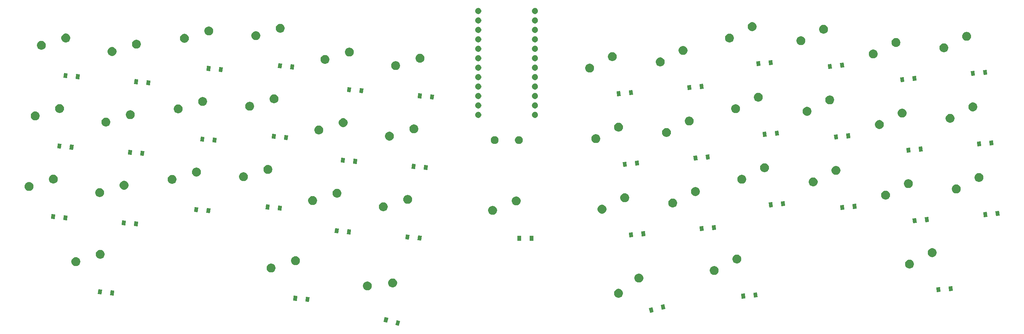
<source format=gbr>
G04 #@! TF.GenerationSoftware,KiCad,Pcbnew,(5.1.0)-1*
G04 #@! TF.CreationDate,2019-06-28T01:08:36+08:00*
G04 #@! TF.ProjectId,Kamaitachi,4b616d61-6974-4616-9368-692e6b696361,rev?*
G04 #@! TF.SameCoordinates,Original*
G04 #@! TF.FileFunction,Soldermask,Bot*
G04 #@! TF.FilePolarity,Negative*
%FSLAX46Y46*%
G04 Gerber Fmt 4.6, Leading zero omitted, Abs format (unit mm)*
G04 Created by KiCad (PCBNEW (5.1.0)-1) date 2019-06-28 01:08:36*
%MOMM*%
%LPD*%
G04 APERTURE LIST*
%ADD10C,0.100000*%
G04 APERTURE END LIST*
D10*
G36*
X178535584Y-183250092D02*
G01*
X178198602Y-184507727D01*
X178198601Y-184507727D01*
X177230744Y-184248390D01*
X177459600Y-183394288D01*
X177567726Y-182990755D01*
X177567727Y-182990755D01*
X178535584Y-183250092D01*
X178535584Y-183250092D01*
G37*
G36*
X175348028Y-182395990D02*
G01*
X175011046Y-183653625D01*
X175011045Y-183653625D01*
X174043188Y-183394288D01*
X174081825Y-183250092D01*
X174380170Y-182136653D01*
X174380171Y-182136653D01*
X175348028Y-182395990D01*
X175348028Y-182395990D01*
G37*
G36*
X246383607Y-179934178D02*
G01*
X246612463Y-180788280D01*
X245644606Y-181047617D01*
X245644605Y-181047617D01*
X245307623Y-179789982D01*
X246275480Y-179530645D01*
X246275481Y-179530645D01*
X246383607Y-179934178D01*
X246383607Y-179934178D01*
G37*
G36*
X249761382Y-179789982D02*
G01*
X249800019Y-179934178D01*
X248832162Y-180193515D01*
X248832161Y-180193515D01*
X248495179Y-178935880D01*
X249463036Y-178676543D01*
X249463037Y-178676543D01*
X249761382Y-179789982D01*
X249761382Y-179789982D01*
G37*
G36*
X154196888Y-176766937D02*
G01*
X154083410Y-178063983D01*
X153085222Y-177976653D01*
X153198700Y-176679607D01*
X154196888Y-176766937D01*
X154196888Y-176766937D01*
G37*
G36*
X150909446Y-176479323D02*
G01*
X150795968Y-177776369D01*
X149797780Y-177689039D01*
X149911258Y-176391993D01*
X150909446Y-176479323D01*
X150909446Y-176479323D01*
G37*
G36*
X271214925Y-177105096D02*
G01*
X270216737Y-177192426D01*
X270103259Y-175895380D01*
X271101447Y-175808050D01*
X271214925Y-177105096D01*
X271214925Y-177105096D01*
G37*
G36*
X237517671Y-174589769D02*
G01*
X237734964Y-174679775D01*
X237734966Y-174679776D01*
X237930525Y-174810445D01*
X238096835Y-174976755D01*
X238177978Y-175098193D01*
X238227505Y-175172316D01*
X238317511Y-175389609D01*
X238363395Y-175620285D01*
X238363395Y-175855485D01*
X238317511Y-176086161D01*
X238227505Y-176303454D01*
X238227504Y-176303456D01*
X238096835Y-176499015D01*
X237930525Y-176665325D01*
X237734966Y-176795994D01*
X237734965Y-176795995D01*
X237734964Y-176795995D01*
X237517671Y-176886001D01*
X237286995Y-176931885D01*
X237051795Y-176931885D01*
X236821119Y-176886001D01*
X236603826Y-176795995D01*
X236603825Y-176795995D01*
X236603824Y-176795994D01*
X236408265Y-176665325D01*
X236241955Y-176499015D01*
X236111286Y-176303456D01*
X236111285Y-176303454D01*
X236021279Y-176086161D01*
X235975395Y-175855485D01*
X235975395Y-175620285D01*
X236021279Y-175389609D01*
X236111285Y-175172316D01*
X236160813Y-175098193D01*
X236241955Y-174976755D01*
X236408265Y-174810445D01*
X236603824Y-174679776D01*
X236603826Y-174679775D01*
X236821119Y-174589769D01*
X237051795Y-174543885D01*
X237286995Y-174543885D01*
X237517671Y-174589769D01*
X237517671Y-174589769D01*
G37*
G36*
X274502367Y-176817482D02*
G01*
X273504179Y-176904812D01*
X273390701Y-175607766D01*
X274388889Y-175520436D01*
X274502367Y-176817482D01*
X274502367Y-176817482D01*
G37*
G36*
X101760189Y-175047736D02*
G01*
X101646711Y-176344782D01*
X100648523Y-176257452D01*
X100762001Y-174960406D01*
X101760189Y-175047736D01*
X101760189Y-175047736D01*
G37*
G36*
X98472747Y-174760122D02*
G01*
X98359269Y-176057168D01*
X97361081Y-175969838D01*
X97474559Y-174672792D01*
X98472747Y-174760122D01*
X98472747Y-174760122D01*
G37*
G36*
X323652621Y-175385807D02*
G01*
X322654433Y-175473137D01*
X322540955Y-174176091D01*
X323539143Y-174088761D01*
X323652621Y-175385807D01*
X323652621Y-175385807D01*
G37*
G36*
X326940063Y-175098193D02*
G01*
X325941875Y-175185523D01*
X325828397Y-173888477D01*
X326826585Y-173801147D01*
X326940063Y-175098193D01*
X326940063Y-175098193D01*
G37*
G36*
X170079352Y-172610799D02*
G01*
X170296645Y-172700805D01*
X170296647Y-172700806D01*
X170428708Y-172789047D01*
X170492206Y-172831475D01*
X170658516Y-172997785D01*
X170789186Y-173193346D01*
X170879192Y-173410639D01*
X170925076Y-173641315D01*
X170925076Y-173876515D01*
X170879192Y-174107191D01*
X170789186Y-174324484D01*
X170789185Y-174324486D01*
X170658516Y-174520045D01*
X170492206Y-174686355D01*
X170296647Y-174817024D01*
X170296646Y-174817025D01*
X170296645Y-174817025D01*
X170079352Y-174907031D01*
X169848676Y-174952915D01*
X169613476Y-174952915D01*
X169382800Y-174907031D01*
X169165507Y-174817025D01*
X169165506Y-174817025D01*
X169165505Y-174817024D01*
X168969946Y-174686355D01*
X168803636Y-174520045D01*
X168672967Y-174324486D01*
X168672966Y-174324484D01*
X168582960Y-174107191D01*
X168537076Y-173876515D01*
X168537076Y-173641315D01*
X168582960Y-173410639D01*
X168672966Y-173193346D01*
X168803636Y-172997785D01*
X168969946Y-172831475D01*
X169033444Y-172789047D01*
X169165505Y-172700806D01*
X169165507Y-172700805D01*
X169382800Y-172610799D01*
X169613476Y-172564915D01*
X169848676Y-172564915D01*
X170079352Y-172610799D01*
X170079352Y-172610799D01*
G37*
G36*
X176870381Y-171800848D02*
G01*
X177087674Y-171890854D01*
X177087676Y-171890855D01*
X177234871Y-171989208D01*
X177283235Y-172021524D01*
X177449545Y-172187834D01*
X177580215Y-172383395D01*
X177670221Y-172600688D01*
X177716105Y-172831364D01*
X177716105Y-173066564D01*
X177670221Y-173297240D01*
X177623249Y-173410639D01*
X177580214Y-173514535D01*
X177449545Y-173710094D01*
X177283235Y-173876404D01*
X177087676Y-174007073D01*
X177087675Y-174007074D01*
X177087674Y-174007074D01*
X176870381Y-174097080D01*
X176639705Y-174142964D01*
X176404505Y-174142964D01*
X176173829Y-174097080D01*
X175956536Y-174007074D01*
X175956535Y-174007074D01*
X175956534Y-174007073D01*
X175760975Y-173876404D01*
X175594665Y-173710094D01*
X175463996Y-173514535D01*
X175420961Y-173410639D01*
X175373989Y-173297240D01*
X175328105Y-173066564D01*
X175328105Y-172831364D01*
X175373989Y-172600688D01*
X175463995Y-172383395D01*
X175594665Y-172187834D01*
X175760975Y-172021524D01*
X175809339Y-171989208D01*
X175956534Y-171890855D01*
X175956536Y-171890854D01*
X176173829Y-171800848D01*
X176404505Y-171754964D01*
X176639705Y-171754964D01*
X176870381Y-171800848D01*
X176870381Y-171800848D01*
G37*
G36*
X242993900Y-170492816D02*
G01*
X243211193Y-170582822D01*
X243211195Y-170582823D01*
X243343271Y-170671074D01*
X243406754Y-170713492D01*
X243573064Y-170879802D01*
X243703734Y-171075363D01*
X243793740Y-171292656D01*
X243839624Y-171523332D01*
X243839624Y-171758532D01*
X243793740Y-171989208D01*
X243780354Y-172021524D01*
X243703733Y-172206503D01*
X243573064Y-172402062D01*
X243406754Y-172568372D01*
X243211195Y-172699041D01*
X243211194Y-172699042D01*
X243211193Y-172699042D01*
X242993900Y-172789048D01*
X242763224Y-172834932D01*
X242528024Y-172834932D01*
X242297348Y-172789048D01*
X242080055Y-172699042D01*
X242080054Y-172699042D01*
X242080053Y-172699041D01*
X241884494Y-172568372D01*
X241718184Y-172402062D01*
X241587515Y-172206503D01*
X241510894Y-172021524D01*
X241497508Y-171989208D01*
X241451624Y-171758532D01*
X241451624Y-171523332D01*
X241497508Y-171292656D01*
X241587514Y-171075363D01*
X241718184Y-170879802D01*
X241884494Y-170713492D01*
X241947977Y-170671074D01*
X242080053Y-170582823D01*
X242080055Y-170582822D01*
X242297348Y-170492816D01*
X242528024Y-170446932D01*
X242763224Y-170446932D01*
X242993900Y-170492816D01*
X242993900Y-170492816D01*
G37*
G36*
X263217460Y-168464849D02*
G01*
X263434753Y-168554855D01*
X263434755Y-168554856D01*
X263584340Y-168654806D01*
X263630314Y-168685525D01*
X263796624Y-168851835D01*
X263927294Y-169047396D01*
X264017300Y-169264689D01*
X264063184Y-169495365D01*
X264063184Y-169730565D01*
X264017300Y-169961241D01*
X263942080Y-170142838D01*
X263927293Y-170178536D01*
X263796624Y-170374095D01*
X263630314Y-170540405D01*
X263434755Y-170671074D01*
X263434754Y-170671075D01*
X263434753Y-170671075D01*
X263217460Y-170761081D01*
X262986784Y-170806965D01*
X262751584Y-170806965D01*
X262520908Y-170761081D01*
X262303615Y-170671075D01*
X262303614Y-170671075D01*
X262303613Y-170671074D01*
X262108054Y-170540405D01*
X261941744Y-170374095D01*
X261811075Y-170178536D01*
X261796288Y-170142838D01*
X261721068Y-169961241D01*
X261675184Y-169730565D01*
X261675184Y-169495365D01*
X261721068Y-169264689D01*
X261811074Y-169047396D01*
X261941744Y-168851835D01*
X262108054Y-168685525D01*
X262154028Y-168654806D01*
X262303613Y-168554856D01*
X262303615Y-168554855D01*
X262520908Y-168464849D01*
X262751584Y-168418965D01*
X262986784Y-168418965D01*
X263217460Y-168464849D01*
X263217460Y-168464849D01*
G37*
G36*
X144226289Y-167800722D02*
G01*
X144443582Y-167890728D01*
X144443584Y-167890729D01*
X144639143Y-168021398D01*
X144805453Y-168187708D01*
X144872297Y-168287746D01*
X144936123Y-168383269D01*
X145026129Y-168600562D01*
X145072013Y-168831238D01*
X145072013Y-169066438D01*
X145026129Y-169297114D01*
X144944010Y-169495365D01*
X144936122Y-169514409D01*
X144805453Y-169709968D01*
X144639143Y-169876278D01*
X144443584Y-170006947D01*
X144443583Y-170006948D01*
X144443582Y-170006948D01*
X144226289Y-170096954D01*
X143995613Y-170142838D01*
X143760413Y-170142838D01*
X143529737Y-170096954D01*
X143312444Y-170006948D01*
X143312443Y-170006948D01*
X143312442Y-170006947D01*
X143116883Y-169876278D01*
X142950573Y-169709968D01*
X142819904Y-169514409D01*
X142812016Y-169495365D01*
X142729897Y-169297114D01*
X142684013Y-169066438D01*
X142684013Y-168831238D01*
X142729897Y-168600562D01*
X142819903Y-168383269D01*
X142883730Y-168287746D01*
X142950573Y-168187708D01*
X143116883Y-168021398D01*
X143312442Y-167890729D01*
X143312444Y-167890728D01*
X143529737Y-167800722D01*
X143760413Y-167754838D01*
X143995613Y-167754838D01*
X144226289Y-167800722D01*
X144226289Y-167800722D01*
G37*
G36*
X315655155Y-166745560D02*
G01*
X315872448Y-166835566D01*
X315872450Y-166835567D01*
X316068009Y-166966236D01*
X316234319Y-167132546D01*
X316359719Y-167320219D01*
X316364989Y-167328107D01*
X316454995Y-167545400D01*
X316500879Y-167776076D01*
X316500879Y-168011276D01*
X316454995Y-168241952D01*
X316379739Y-168423636D01*
X316364988Y-168459247D01*
X316234319Y-168654806D01*
X316068009Y-168821116D01*
X315872450Y-168951785D01*
X315872449Y-168951786D01*
X315872448Y-168951786D01*
X315655155Y-169041792D01*
X315424479Y-169087676D01*
X315189279Y-169087676D01*
X314958603Y-169041792D01*
X314741310Y-168951786D01*
X314741309Y-168951786D01*
X314741308Y-168951785D01*
X314545749Y-168821116D01*
X314379439Y-168654806D01*
X314248770Y-168459247D01*
X314234019Y-168423636D01*
X314158763Y-168241952D01*
X314112879Y-168011276D01*
X314112879Y-167776076D01*
X314158763Y-167545400D01*
X314248769Y-167328107D01*
X314254040Y-167320219D01*
X314379439Y-167132546D01*
X314545749Y-166966236D01*
X314741308Y-166835567D01*
X314741310Y-166835566D01*
X314958603Y-166745560D01*
X315189279Y-166699676D01*
X315424479Y-166699676D01*
X315655155Y-166745560D01*
X315655155Y-166745560D01*
G37*
G36*
X91789590Y-166081520D02*
G01*
X92006883Y-166171526D01*
X92006885Y-166171527D01*
X92020935Y-166180915D01*
X92202444Y-166302196D01*
X92368754Y-166468506D01*
X92499424Y-166664067D01*
X92589430Y-166881360D01*
X92635314Y-167112036D01*
X92635314Y-167347236D01*
X92589430Y-167577912D01*
X92507347Y-167776077D01*
X92499423Y-167795207D01*
X92368754Y-167990766D01*
X92202444Y-168157076D01*
X92006885Y-168287745D01*
X92006884Y-168287746D01*
X92006883Y-168287746D01*
X91789590Y-168377752D01*
X91558914Y-168423636D01*
X91323714Y-168423636D01*
X91093038Y-168377752D01*
X90875745Y-168287746D01*
X90875744Y-168287746D01*
X90875743Y-168287745D01*
X90680184Y-168157076D01*
X90513874Y-167990766D01*
X90383205Y-167795207D01*
X90375281Y-167776077D01*
X90293198Y-167577912D01*
X90247314Y-167347236D01*
X90247314Y-167112036D01*
X90293198Y-166881360D01*
X90383204Y-166664067D01*
X90513874Y-166468506D01*
X90680184Y-166302196D01*
X90861693Y-166180915D01*
X90875743Y-166171527D01*
X90875745Y-166171526D01*
X91093038Y-166081520D01*
X91323714Y-166035636D01*
X91558914Y-166035636D01*
X91789590Y-166081520D01*
X91789590Y-166081520D01*
G37*
G36*
X150773501Y-165823827D02*
G01*
X150990794Y-165913833D01*
X150990796Y-165913834D01*
X151186355Y-166044503D01*
X151352665Y-166210813D01*
X151419509Y-166310851D01*
X151483335Y-166406374D01*
X151573341Y-166623667D01*
X151619225Y-166854343D01*
X151619225Y-167089543D01*
X151573341Y-167320219D01*
X151562150Y-167347236D01*
X151483334Y-167537514D01*
X151352665Y-167733073D01*
X151186355Y-167899383D01*
X150990796Y-168030052D01*
X150990795Y-168030053D01*
X150990794Y-168030053D01*
X150773501Y-168120059D01*
X150542825Y-168165943D01*
X150307625Y-168165943D01*
X150076949Y-168120059D01*
X149859656Y-168030053D01*
X149859655Y-168030053D01*
X149859654Y-168030052D01*
X149664095Y-167899383D01*
X149497785Y-167733073D01*
X149367116Y-167537514D01*
X149288300Y-167347236D01*
X149277109Y-167320219D01*
X149231225Y-167089543D01*
X149231225Y-166854343D01*
X149277109Y-166623667D01*
X149367115Y-166406374D01*
X149430942Y-166310851D01*
X149497785Y-166210813D01*
X149664095Y-166044503D01*
X149859654Y-165913834D01*
X149859656Y-165913833D01*
X150076949Y-165823827D01*
X150307625Y-165777943D01*
X150542825Y-165777943D01*
X150773501Y-165823827D01*
X150773501Y-165823827D01*
G37*
G36*
X269321920Y-165381075D02*
G01*
X269539213Y-165471081D01*
X269539215Y-165471082D01*
X269734774Y-165601751D01*
X269901084Y-165768061D01*
X269938347Y-165823828D01*
X270031754Y-165963622D01*
X270121760Y-166180915D01*
X270167644Y-166411591D01*
X270167644Y-166646791D01*
X270121760Y-166877467D01*
X270033915Y-167089542D01*
X270031753Y-167094762D01*
X269901084Y-167290321D01*
X269734774Y-167456631D01*
X269539215Y-167587300D01*
X269539214Y-167587301D01*
X269539213Y-167587301D01*
X269321920Y-167677307D01*
X269091244Y-167723191D01*
X268856044Y-167723191D01*
X268625368Y-167677307D01*
X268408075Y-167587301D01*
X268408074Y-167587301D01*
X268408073Y-167587300D01*
X268212514Y-167456631D01*
X268046204Y-167290321D01*
X267915535Y-167094762D01*
X267913373Y-167089542D01*
X267825528Y-166877467D01*
X267779644Y-166646791D01*
X267779644Y-166411591D01*
X267825528Y-166180915D01*
X267915534Y-165963622D01*
X268008942Y-165823828D01*
X268046204Y-165768061D01*
X268212514Y-165601751D01*
X268408073Y-165471082D01*
X268408075Y-165471081D01*
X268625368Y-165381075D01*
X268856044Y-165335191D01*
X269091244Y-165335191D01*
X269321920Y-165381075D01*
X269321920Y-165381075D01*
G37*
G36*
X98336802Y-164104625D02*
G01*
X98554095Y-164194631D01*
X98554097Y-164194632D01*
X98628476Y-164244331D01*
X98749656Y-164325301D01*
X98915966Y-164491611D01*
X99046636Y-164687172D01*
X99136642Y-164904465D01*
X99182526Y-165135141D01*
X99182526Y-165370341D01*
X99136642Y-165601017D01*
X99046636Y-165818310D01*
X99046635Y-165818312D01*
X98915966Y-166013871D01*
X98749656Y-166180181D01*
X98554097Y-166310850D01*
X98554096Y-166310851D01*
X98554095Y-166310851D01*
X98336802Y-166400857D01*
X98106126Y-166446741D01*
X97870926Y-166446741D01*
X97640250Y-166400857D01*
X97422957Y-166310851D01*
X97422956Y-166310851D01*
X97422955Y-166310850D01*
X97227396Y-166180181D01*
X97061086Y-166013871D01*
X96930417Y-165818312D01*
X96930416Y-165818310D01*
X96840410Y-165601017D01*
X96794526Y-165370341D01*
X96794526Y-165135141D01*
X96840410Y-164904465D01*
X96930416Y-164687172D01*
X97061086Y-164491611D01*
X97227396Y-164325301D01*
X97348576Y-164244331D01*
X97422955Y-164194632D01*
X97422957Y-164194631D01*
X97640250Y-164104625D01*
X97870926Y-164058741D01*
X98106126Y-164058741D01*
X98336802Y-164104625D01*
X98336802Y-164104625D01*
G37*
G36*
X321759615Y-163661786D02*
G01*
X321976908Y-163751792D01*
X321976910Y-163751793D01*
X322172469Y-163882462D01*
X322338779Y-164048772D01*
X322469449Y-164244333D01*
X322559455Y-164461626D01*
X322605339Y-164692302D01*
X322605339Y-164927502D01*
X322559455Y-165158178D01*
X322471574Y-165370340D01*
X322469448Y-165375473D01*
X322338779Y-165571032D01*
X322172469Y-165737342D01*
X321976910Y-165868011D01*
X321976909Y-165868012D01*
X321976908Y-165868012D01*
X321759615Y-165958018D01*
X321528939Y-166003902D01*
X321293739Y-166003902D01*
X321063063Y-165958018D01*
X320845770Y-165868012D01*
X320845769Y-165868012D01*
X320845768Y-165868011D01*
X320650209Y-165737342D01*
X320483899Y-165571032D01*
X320353230Y-165375473D01*
X320351104Y-165370340D01*
X320263223Y-165158178D01*
X320217339Y-164927502D01*
X320217339Y-164692302D01*
X320263223Y-164461626D01*
X320353229Y-164244333D01*
X320483899Y-164048772D01*
X320650209Y-163882462D01*
X320845768Y-163751793D01*
X320845770Y-163751792D01*
X321063063Y-163661786D01*
X321293739Y-163615902D01*
X321528939Y-163615902D01*
X321759615Y-163661786D01*
X321759615Y-163661786D01*
G37*
G36*
X211020100Y-161623330D02*
G01*
X210018100Y-161623330D01*
X210018100Y-160321330D01*
X211020100Y-160321330D01*
X211020100Y-161623330D01*
X211020100Y-161623330D01*
G37*
G36*
X214320100Y-161623330D02*
G01*
X213318100Y-161623330D01*
X213318100Y-160321330D01*
X214320100Y-160321330D01*
X214320100Y-161623330D01*
X214320100Y-161623330D01*
G37*
G36*
X184323468Y-160279904D02*
G01*
X184209990Y-161576950D01*
X183211802Y-161489620D01*
X183325280Y-160192574D01*
X184323468Y-160279904D01*
X184323468Y-160279904D01*
G37*
G36*
X181036026Y-159992290D02*
G01*
X180922548Y-161289336D01*
X179924360Y-161202006D01*
X180037838Y-159904960D01*
X181036026Y-159992290D01*
X181036026Y-159992290D01*
G37*
G36*
X241088345Y-160618062D02*
G01*
X240090157Y-160705392D01*
X239976679Y-159408346D01*
X240974867Y-159321016D01*
X241088345Y-160618062D01*
X241088345Y-160618062D01*
G37*
G36*
X244375787Y-160330448D02*
G01*
X243377599Y-160417778D01*
X243264121Y-159120732D01*
X244262309Y-159033402D01*
X244375787Y-160330448D01*
X244375787Y-160330448D01*
G37*
G36*
X165345959Y-158619587D02*
G01*
X165232481Y-159916633D01*
X164234293Y-159829303D01*
X164347771Y-158532257D01*
X165345959Y-158619587D01*
X165345959Y-158619587D01*
G37*
G36*
X162058517Y-158331973D02*
G01*
X161945039Y-159629019D01*
X160946851Y-159541689D01*
X161060329Y-158244643D01*
X162058517Y-158331973D01*
X162058517Y-158331973D01*
G37*
G36*
X260065854Y-158957745D02*
G01*
X259067666Y-159045075D01*
X258954188Y-157748029D01*
X259952376Y-157660699D01*
X260065854Y-158957745D01*
X260065854Y-158957745D01*
G37*
G36*
X263353296Y-158670131D02*
G01*
X262355108Y-158757461D01*
X262241630Y-157460415D01*
X263239818Y-157373085D01*
X263353296Y-158670131D01*
X263353296Y-158670131D01*
G37*
G36*
X108164385Y-156485262D02*
G01*
X108050907Y-157782308D01*
X107052719Y-157694978D01*
X107166197Y-156397932D01*
X108164385Y-156485262D01*
X108164385Y-156485262D01*
G37*
G36*
X104876943Y-156197648D02*
G01*
X104763465Y-157494694D01*
X103765277Y-157407364D01*
X103878755Y-156110318D01*
X104876943Y-156197648D01*
X104876943Y-156197648D01*
G37*
G36*
X317247428Y-156823421D02*
G01*
X316249240Y-156910751D01*
X316135762Y-155613705D01*
X317133950Y-155526375D01*
X317247428Y-156823421D01*
X317247428Y-156823421D01*
G37*
G36*
X320534870Y-156535807D02*
G01*
X319536682Y-156623137D01*
X319423204Y-155326091D01*
X320421392Y-155238761D01*
X320534870Y-156535807D01*
X320534870Y-156535807D01*
G37*
G36*
X89186876Y-154824945D02*
G01*
X89073398Y-156121991D01*
X88075210Y-156034661D01*
X88188688Y-154737615D01*
X89186876Y-154824945D01*
X89186876Y-154824945D01*
G37*
G36*
X85899434Y-154537331D02*
G01*
X85785956Y-155834377D01*
X84787768Y-155747047D01*
X84901246Y-154450001D01*
X85899434Y-154537331D01*
X85899434Y-154537331D01*
G37*
G36*
X336224937Y-155163104D02*
G01*
X335226749Y-155250434D01*
X335113271Y-153953388D01*
X336111459Y-153866058D01*
X336224937Y-155163104D01*
X336224937Y-155163104D01*
G37*
G36*
X339512379Y-154875490D02*
G01*
X338514191Y-154962820D01*
X338400713Y-153665774D01*
X339398901Y-153578444D01*
X339512379Y-154875490D01*
X339512379Y-154875490D01*
G37*
G36*
X203707376Y-152284214D02*
G01*
X203924669Y-152374220D01*
X203924671Y-152374221D01*
X204120230Y-152504890D01*
X204286540Y-152671200D01*
X204357671Y-152777654D01*
X204417210Y-152866761D01*
X204507216Y-153084054D01*
X204553100Y-153314730D01*
X204553100Y-153549930D01*
X204507216Y-153780606D01*
X204442768Y-153936196D01*
X204417209Y-153997901D01*
X204286540Y-154193460D01*
X204120230Y-154359770D01*
X203924671Y-154490439D01*
X203924670Y-154490440D01*
X203924669Y-154490440D01*
X203707376Y-154580446D01*
X203476700Y-154626330D01*
X203241500Y-154626330D01*
X203010824Y-154580446D01*
X202793531Y-154490440D01*
X202793530Y-154490440D01*
X202793529Y-154490439D01*
X202597970Y-154359770D01*
X202431660Y-154193460D01*
X202300991Y-153997901D01*
X202275432Y-153936196D01*
X202210984Y-153780606D01*
X202165100Y-153549930D01*
X202165100Y-153314730D01*
X202210984Y-153084054D01*
X202300990Y-152866761D01*
X202360530Y-152777654D01*
X202431660Y-152671200D01*
X202597970Y-152504890D01*
X202793529Y-152374221D01*
X202793531Y-152374220D01*
X203010824Y-152284214D01*
X203241500Y-152238330D01*
X203476700Y-152238330D01*
X203707376Y-152284214D01*
X203707376Y-152284214D01*
G37*
G36*
X233090880Y-151977815D02*
G01*
X233277720Y-152055207D01*
X233308175Y-152067822D01*
X233503734Y-152198491D01*
X233670044Y-152364801D01*
X233795007Y-152551820D01*
X233800714Y-152560362D01*
X233890720Y-152777655D01*
X233936604Y-153008331D01*
X233936604Y-153243531D01*
X233890720Y-153474207D01*
X233815500Y-153655804D01*
X233800713Y-153691502D01*
X233670044Y-153887061D01*
X233503734Y-154053371D01*
X233308175Y-154184040D01*
X233308174Y-154184041D01*
X233308173Y-154184041D01*
X233090880Y-154274047D01*
X232860204Y-154319931D01*
X232625004Y-154319931D01*
X232394328Y-154274047D01*
X232177035Y-154184041D01*
X232177034Y-154184041D01*
X232177033Y-154184040D01*
X231981474Y-154053371D01*
X231815164Y-153887061D01*
X231684495Y-153691502D01*
X231669708Y-153655804D01*
X231594488Y-153474207D01*
X231548604Y-153243531D01*
X231548604Y-153008331D01*
X231594488Y-152777655D01*
X231684494Y-152560362D01*
X231690202Y-152551820D01*
X231815164Y-152364801D01*
X231981474Y-152198491D01*
X232177033Y-152067822D01*
X232207488Y-152055207D01*
X232394328Y-151977815D01*
X232625004Y-151931931D01*
X232860204Y-151931931D01*
X233090880Y-151977815D01*
X233090880Y-151977815D01*
G37*
G36*
X127598481Y-152926764D02*
G01*
X127485003Y-154223810D01*
X126486815Y-154136480D01*
X126600293Y-152839434D01*
X127598481Y-152926764D01*
X127598481Y-152926764D01*
G37*
G36*
X124311039Y-152639150D02*
G01*
X124197561Y-153936196D01*
X123199373Y-153848866D01*
X123312851Y-152551820D01*
X124311039Y-152639150D01*
X124311039Y-152639150D01*
G37*
G36*
X174352869Y-151313688D02*
G01*
X174570162Y-151403694D01*
X174570164Y-151403695D01*
X174765723Y-151534364D01*
X174932033Y-151700674D01*
X175007683Y-151813891D01*
X175062703Y-151896235D01*
X175152709Y-152113528D01*
X175198593Y-152344204D01*
X175198593Y-152579404D01*
X175152709Y-152810080D01*
X175083440Y-152977309D01*
X175062702Y-153027375D01*
X174932033Y-153222934D01*
X174765723Y-153389244D01*
X174570164Y-153519913D01*
X174570163Y-153519914D01*
X174570162Y-153519914D01*
X174352869Y-153609920D01*
X174122193Y-153655804D01*
X173886993Y-153655804D01*
X173656317Y-153609920D01*
X173439024Y-153519914D01*
X173439023Y-153519914D01*
X173439022Y-153519913D01*
X173243463Y-153389244D01*
X173077153Y-153222934D01*
X172946484Y-153027375D01*
X172925746Y-152977309D01*
X172856477Y-152810080D01*
X172810593Y-152579404D01*
X172810593Y-152344204D01*
X172856477Y-152113528D01*
X172946483Y-151896235D01*
X173001504Y-151813891D01*
X173077153Y-151700674D01*
X173243463Y-151534364D01*
X173439022Y-151403695D01*
X173439024Y-151403694D01*
X173656317Y-151313688D01*
X173886993Y-151267804D01*
X174122193Y-151267804D01*
X174352869Y-151313688D01*
X174352869Y-151313688D01*
G37*
G36*
X146783529Y-152214892D02*
G01*
X146670051Y-153511938D01*
X145671863Y-153424608D01*
X145785341Y-152127562D01*
X146783529Y-152214892D01*
X146783529Y-152214892D01*
G37*
G36*
X297813332Y-153264923D02*
G01*
X296815144Y-153352253D01*
X296701666Y-152055207D01*
X297699854Y-151967877D01*
X297813332Y-153264923D01*
X297813332Y-153264923D01*
G37*
G36*
X143496087Y-151927278D02*
G01*
X143382609Y-153224324D01*
X142384421Y-153136994D01*
X142497899Y-151839948D01*
X143496087Y-151927278D01*
X143496087Y-151927278D01*
G37*
G36*
X301100774Y-152977309D02*
G01*
X300102586Y-153064639D01*
X299989108Y-151767593D01*
X300987296Y-151680263D01*
X301100774Y-152977309D01*
X301100774Y-152977309D01*
G37*
G36*
X252068389Y-150317498D02*
G01*
X252285682Y-150407504D01*
X252285684Y-150407505D01*
X252481243Y-150538174D01*
X252647553Y-150704484D01*
X252733549Y-150833185D01*
X252778223Y-150900045D01*
X252868229Y-151117338D01*
X252914113Y-151348014D01*
X252914113Y-151583214D01*
X252868229Y-151813890D01*
X252811668Y-151950439D01*
X252778222Y-152031185D01*
X252647553Y-152226744D01*
X252481243Y-152393054D01*
X252285684Y-152523723D01*
X252285683Y-152523724D01*
X252285682Y-152523724D01*
X252068389Y-152613730D01*
X251837713Y-152659614D01*
X251602513Y-152659614D01*
X251371837Y-152613730D01*
X251154544Y-152523724D01*
X251154543Y-152523724D01*
X251154542Y-152523723D01*
X250958983Y-152393054D01*
X250792673Y-152226744D01*
X250662004Y-152031185D01*
X250628558Y-151950439D01*
X250571997Y-151813890D01*
X250526113Y-151583214D01*
X250526113Y-151348014D01*
X250571997Y-151117338D01*
X250662003Y-150900045D01*
X250706678Y-150833185D01*
X250792673Y-150704484D01*
X250958983Y-150538174D01*
X251154542Y-150407505D01*
X251154544Y-150407504D01*
X251371837Y-150317498D01*
X251602513Y-150271614D01*
X251837713Y-150271614D01*
X252068389Y-150317498D01*
X252068389Y-150317498D01*
G37*
G36*
X278628284Y-152553051D02*
G01*
X277630096Y-152640381D01*
X277516618Y-151343335D01*
X278514806Y-151256005D01*
X278628284Y-152553051D01*
X278628284Y-152553051D01*
G37*
G36*
X281915726Y-152265437D02*
G01*
X280917538Y-152352767D01*
X280804060Y-151055721D01*
X281802248Y-150968391D01*
X281915726Y-152265437D01*
X281915726Y-152265437D01*
G37*
G36*
X210057376Y-149744214D02*
G01*
X210274669Y-149834220D01*
X210274671Y-149834221D01*
X210470230Y-149964890D01*
X210636540Y-150131200D01*
X210761022Y-150317499D01*
X210767210Y-150326761D01*
X210857216Y-150544054D01*
X210903100Y-150774730D01*
X210903100Y-151009930D01*
X210857216Y-151240606D01*
X210789662Y-151403695D01*
X210767209Y-151457901D01*
X210636540Y-151653460D01*
X210470230Y-151819770D01*
X210274671Y-151950439D01*
X210274670Y-151950440D01*
X210274669Y-151950440D01*
X210057376Y-152040446D01*
X209826700Y-152086330D01*
X209591500Y-152086330D01*
X209360824Y-152040446D01*
X209143531Y-151950440D01*
X209143530Y-151950440D01*
X209143529Y-151950439D01*
X208947970Y-151819770D01*
X208781660Y-151653460D01*
X208650991Y-151457901D01*
X208628538Y-151403695D01*
X208560984Y-151240606D01*
X208515100Y-151009930D01*
X208515100Y-150774730D01*
X208560984Y-150544054D01*
X208650990Y-150326761D01*
X208657179Y-150317499D01*
X208781660Y-150131200D01*
X208947970Y-149964890D01*
X209143529Y-149834221D01*
X209143531Y-149834220D01*
X209360824Y-149744214D01*
X209591500Y-149698330D01*
X209826700Y-149698330D01*
X210057376Y-149744214D01*
X210057376Y-149744214D01*
G37*
G36*
X155375360Y-149653371D02*
G01*
X155548946Y-149725273D01*
X155592655Y-149743378D01*
X155788214Y-149874047D01*
X155954524Y-150040357D01*
X156015224Y-150131200D01*
X156085194Y-150235918D01*
X156175200Y-150453211D01*
X156221084Y-150683887D01*
X156221084Y-150919087D01*
X156175200Y-151149763D01*
X156093081Y-151348014D01*
X156085193Y-151367058D01*
X155954524Y-151562617D01*
X155788214Y-151728927D01*
X155592655Y-151859596D01*
X155592654Y-151859597D01*
X155592653Y-151859597D01*
X155375360Y-151949603D01*
X155144684Y-151995487D01*
X154909484Y-151995487D01*
X154678808Y-151949603D01*
X154461515Y-151859597D01*
X154461514Y-151859597D01*
X154461513Y-151859596D01*
X154265954Y-151728927D01*
X154099644Y-151562617D01*
X153968975Y-151367058D01*
X153961087Y-151348014D01*
X153878968Y-151149763D01*
X153833084Y-150919087D01*
X153833084Y-150683887D01*
X153878968Y-150453211D01*
X153968974Y-150235918D01*
X154038945Y-150131200D01*
X154099644Y-150040357D01*
X154265954Y-149874047D01*
X154461513Y-149743378D01*
X154505222Y-149725273D01*
X154678808Y-149653371D01*
X154909484Y-149607487D01*
X155144684Y-149607487D01*
X155375360Y-149653371D01*
X155375360Y-149653371D01*
G37*
G36*
X180900081Y-149336793D02*
G01*
X181117374Y-149426799D01*
X181117376Y-149426800D01*
X181312935Y-149557469D01*
X181479245Y-149723779D01*
X181571043Y-149861163D01*
X181609915Y-149919340D01*
X181699921Y-150136633D01*
X181745805Y-150367309D01*
X181745805Y-150602509D01*
X181699921Y-150833185D01*
X181609915Y-151050478D01*
X181609914Y-151050480D01*
X181479245Y-151246039D01*
X181312935Y-151412349D01*
X181117376Y-151543018D01*
X181117375Y-151543019D01*
X181117374Y-151543019D01*
X180900081Y-151633025D01*
X180669405Y-151678909D01*
X180434205Y-151678909D01*
X180203529Y-151633025D01*
X179986236Y-151543019D01*
X179986235Y-151543019D01*
X179986234Y-151543018D01*
X179790675Y-151412349D01*
X179624365Y-151246039D01*
X179493696Y-151050480D01*
X179493695Y-151050478D01*
X179403689Y-150833185D01*
X179357805Y-150602509D01*
X179357805Y-150367309D01*
X179403689Y-150136633D01*
X179493695Y-149919340D01*
X179532568Y-149861163D01*
X179624365Y-149723779D01*
X179790675Y-149557469D01*
X179986234Y-149426800D01*
X179986236Y-149426799D01*
X180203529Y-149336793D01*
X180434205Y-149290909D01*
X180669405Y-149290909D01*
X180900081Y-149336793D01*
X180900081Y-149336793D01*
G37*
G36*
X239195340Y-148894041D02*
G01*
X239410139Y-148983014D01*
X239412635Y-148984048D01*
X239608194Y-149114717D01*
X239774504Y-149281027D01*
X239811767Y-149336794D01*
X239905174Y-149476588D01*
X239995180Y-149693881D01*
X240041064Y-149924557D01*
X240041064Y-150159757D01*
X239995180Y-150390433D01*
X239969176Y-150453211D01*
X239905173Y-150607728D01*
X239774504Y-150803287D01*
X239608194Y-150969597D01*
X239412635Y-151100266D01*
X239412634Y-151100267D01*
X239412633Y-151100267D01*
X239195340Y-151190273D01*
X238964664Y-151236157D01*
X238729464Y-151236157D01*
X238498788Y-151190273D01*
X238281495Y-151100267D01*
X238281494Y-151100267D01*
X238281493Y-151100266D01*
X238085934Y-150969597D01*
X237919624Y-150803287D01*
X237788955Y-150607728D01*
X237724952Y-150453211D01*
X237698948Y-150390433D01*
X237653064Y-150159757D01*
X237653064Y-149924557D01*
X237698948Y-149693881D01*
X237788954Y-149476588D01*
X237882362Y-149336794D01*
X237919624Y-149281027D01*
X238085934Y-149114717D01*
X238281493Y-148984048D01*
X238283989Y-148983014D01*
X238498788Y-148894041D01*
X238729464Y-148848157D01*
X238964664Y-148848157D01*
X239195340Y-148894041D01*
X239195340Y-148894041D01*
G37*
G36*
X309249963Y-148183174D02*
G01*
X309445675Y-148264241D01*
X309467258Y-148273181D01*
X309662817Y-148403850D01*
X309829127Y-148570160D01*
X309936007Y-148730116D01*
X309959797Y-148765721D01*
X310049803Y-148983014D01*
X310095687Y-149213690D01*
X310095687Y-149448890D01*
X310049803Y-149679566D01*
X309974583Y-149861163D01*
X309959796Y-149896861D01*
X309829127Y-150092420D01*
X309662817Y-150258730D01*
X309467258Y-150389399D01*
X309467257Y-150389400D01*
X309467256Y-150389400D01*
X309249963Y-150479406D01*
X309019287Y-150525290D01*
X308784087Y-150525290D01*
X308553411Y-150479406D01*
X308336118Y-150389400D01*
X308336117Y-150389400D01*
X308336116Y-150389399D01*
X308140557Y-150258730D01*
X307974247Y-150092420D01*
X307843578Y-149896861D01*
X307828791Y-149861163D01*
X307753571Y-149679566D01*
X307707687Y-149448890D01*
X307707687Y-149213690D01*
X307753571Y-148983014D01*
X307843577Y-148765721D01*
X307867368Y-148730116D01*
X307974247Y-148570160D01*
X308140557Y-148403850D01*
X308336116Y-148273181D01*
X308357699Y-148264241D01*
X308553411Y-148183174D01*
X308784087Y-148137290D01*
X309019287Y-148137290D01*
X309249963Y-148183174D01*
X309249963Y-148183174D01*
G37*
G36*
X161922572Y-147676476D02*
G01*
X162096158Y-147748378D01*
X162139867Y-147766483D01*
X162335426Y-147897152D01*
X162501736Y-148063462D01*
X162593534Y-148200846D01*
X162632406Y-148259023D01*
X162722412Y-148476316D01*
X162768296Y-148706992D01*
X162768296Y-148942192D01*
X162722412Y-149172868D01*
X162665908Y-149309280D01*
X162632405Y-149390163D01*
X162501736Y-149585722D01*
X162335426Y-149752032D01*
X162139867Y-149882701D01*
X162139866Y-149882702D01*
X162139865Y-149882702D01*
X161922572Y-149972708D01*
X161691896Y-150018592D01*
X161456696Y-150018592D01*
X161226020Y-149972708D01*
X161008727Y-149882702D01*
X161008726Y-149882702D01*
X161008725Y-149882701D01*
X160813166Y-149752032D01*
X160646856Y-149585722D01*
X160516187Y-149390163D01*
X160482684Y-149309280D01*
X160426180Y-149172868D01*
X160380296Y-148942192D01*
X160380296Y-148706992D01*
X160426180Y-148476316D01*
X160516186Y-148259023D01*
X160555059Y-148200846D01*
X160646856Y-148063462D01*
X160813166Y-147897152D01*
X161008725Y-147766483D01*
X161052434Y-147748378D01*
X161226020Y-147676476D01*
X161456696Y-147630592D01*
X161691896Y-147630592D01*
X161922572Y-147676476D01*
X161922572Y-147676476D01*
G37*
G36*
X98193786Y-147519047D02*
G01*
X98411079Y-147609053D01*
X98411081Y-147609054D01*
X98606640Y-147739723D01*
X98772950Y-147906033D01*
X98848600Y-148019250D01*
X98903620Y-148101594D01*
X98993626Y-148318887D01*
X99039510Y-148549563D01*
X99039510Y-148784763D01*
X98993626Y-149015439D01*
X98928416Y-149172869D01*
X98903619Y-149232734D01*
X98772950Y-149428293D01*
X98606640Y-149594603D01*
X98411081Y-149725272D01*
X98411080Y-149725273D01*
X98411079Y-149725273D01*
X98193786Y-149815279D01*
X97963110Y-149861163D01*
X97727910Y-149861163D01*
X97497234Y-149815279D01*
X97279941Y-149725273D01*
X97279940Y-149725273D01*
X97279939Y-149725272D01*
X97084380Y-149594603D01*
X96918070Y-149428293D01*
X96787401Y-149232734D01*
X96762604Y-149172869D01*
X96697394Y-149015439D01*
X96651510Y-148784763D01*
X96651510Y-148549563D01*
X96697394Y-148318887D01*
X96787400Y-148101594D01*
X96842421Y-148019250D01*
X96918070Y-147906033D01*
X97084380Y-147739723D01*
X97279939Y-147609054D01*
X97279941Y-147609053D01*
X97497234Y-147519047D01*
X97727910Y-147473163D01*
X97963110Y-147473163D01*
X98193786Y-147519047D01*
X98193786Y-147519047D01*
G37*
G36*
X258172849Y-147233724D02*
G01*
X258387648Y-147322697D01*
X258390144Y-147323731D01*
X258585703Y-147454400D01*
X258752013Y-147620710D01*
X258789276Y-147676477D01*
X258882683Y-147816271D01*
X258972689Y-148033564D01*
X259018573Y-148264240D01*
X259018573Y-148499440D01*
X258972689Y-148730116D01*
X258916829Y-148864973D01*
X258882682Y-148947411D01*
X258752013Y-149142970D01*
X258585703Y-149309280D01*
X258390144Y-149439949D01*
X258390143Y-149439950D01*
X258390142Y-149439950D01*
X258172849Y-149529956D01*
X257942173Y-149575840D01*
X257706973Y-149575840D01*
X257476297Y-149529956D01*
X257259004Y-149439950D01*
X257259003Y-149439950D01*
X257259002Y-149439949D01*
X257063443Y-149309280D01*
X256897133Y-149142970D01*
X256766464Y-148947411D01*
X256732317Y-148864973D01*
X256676457Y-148730116D01*
X256630573Y-148499440D01*
X256630573Y-148264240D01*
X256676457Y-148033564D01*
X256766463Y-147816271D01*
X256859871Y-147676477D01*
X256897133Y-147620710D01*
X257063443Y-147454400D01*
X257259002Y-147323731D01*
X257261498Y-147322697D01*
X257476297Y-147233724D01*
X257706973Y-147187840D01*
X257942173Y-147187840D01*
X258172849Y-147233724D01*
X258172849Y-147233724D01*
G37*
G36*
X328227472Y-146522857D02*
G01*
X328444765Y-146612863D01*
X328444767Y-146612864D01*
X328640326Y-146743533D01*
X328806636Y-146909843D01*
X328892632Y-147038544D01*
X328937306Y-147105404D01*
X329027312Y-147322697D01*
X329073196Y-147553373D01*
X329073196Y-147788573D01*
X329027312Y-148019249D01*
X328959412Y-148183174D01*
X328937305Y-148236544D01*
X328806636Y-148432103D01*
X328640326Y-148598413D01*
X328444767Y-148729082D01*
X328444766Y-148729083D01*
X328444765Y-148729083D01*
X328227472Y-148819089D01*
X327996796Y-148864973D01*
X327761596Y-148864973D01*
X327530920Y-148819089D01*
X327313627Y-148729083D01*
X327313626Y-148729083D01*
X327313625Y-148729082D01*
X327118066Y-148598413D01*
X326951756Y-148432103D01*
X326821087Y-148236544D01*
X326798980Y-148183174D01*
X326731080Y-148019249D01*
X326685196Y-147788573D01*
X326685196Y-147553373D01*
X326731080Y-147322697D01*
X326821086Y-147105404D01*
X326865761Y-147038544D01*
X326951756Y-146909843D01*
X327118066Y-146743533D01*
X327313625Y-146612864D01*
X327313627Y-146612863D01*
X327530920Y-146522857D01*
X327761596Y-146476973D01*
X327996796Y-146476973D01*
X328227472Y-146522857D01*
X328227472Y-146522857D01*
G37*
G36*
X79216277Y-145858730D02*
G01*
X79314076Y-145899240D01*
X79433572Y-145948737D01*
X79564327Y-146036105D01*
X79629131Y-146079406D01*
X79795441Y-146245716D01*
X79926111Y-146441277D01*
X80016117Y-146658570D01*
X80062001Y-146889246D01*
X80062001Y-147124446D01*
X80016117Y-147355122D01*
X79948217Y-147519047D01*
X79926110Y-147572417D01*
X79795441Y-147767976D01*
X79629131Y-147934286D01*
X79433572Y-148064955D01*
X79433571Y-148064956D01*
X79433570Y-148064956D01*
X79216277Y-148154962D01*
X78985601Y-148200846D01*
X78750401Y-148200846D01*
X78519725Y-148154962D01*
X78302432Y-148064956D01*
X78302431Y-148064956D01*
X78302430Y-148064955D01*
X78106871Y-147934286D01*
X77940561Y-147767976D01*
X77809892Y-147572417D01*
X77787785Y-147519047D01*
X77719885Y-147355122D01*
X77674001Y-147124446D01*
X77674001Y-146889246D01*
X77719885Y-146658570D01*
X77809891Y-146441277D01*
X77940561Y-146245716D01*
X78106871Y-146079406D01*
X78171675Y-146036105D01*
X78302430Y-145948737D01*
X78421926Y-145899240D01*
X78519725Y-145858730D01*
X78750401Y-145812846D01*
X78985601Y-145812846D01*
X79216277Y-145858730D01*
X79216277Y-145858730D01*
G37*
G36*
X104740998Y-145542152D02*
G01*
X104958291Y-145632158D01*
X104958293Y-145632159D01*
X105153852Y-145762828D01*
X105320162Y-145929138D01*
X105447044Y-146119029D01*
X105450832Y-146124699D01*
X105540838Y-146341992D01*
X105586722Y-146572668D01*
X105586722Y-146807868D01*
X105540838Y-147038544D01*
X105459991Y-147233725D01*
X105450831Y-147255839D01*
X105320162Y-147451398D01*
X105153852Y-147617708D01*
X104958293Y-147748377D01*
X104958292Y-147748378D01*
X104958291Y-147748378D01*
X104740998Y-147838384D01*
X104510322Y-147884268D01*
X104275122Y-147884268D01*
X104044446Y-147838384D01*
X103827153Y-147748378D01*
X103827152Y-147748378D01*
X103827151Y-147748377D01*
X103631592Y-147617708D01*
X103465282Y-147451398D01*
X103334613Y-147255839D01*
X103325453Y-147233725D01*
X103244606Y-147038544D01*
X103198722Y-146807868D01*
X103198722Y-146572668D01*
X103244606Y-146341992D01*
X103334612Y-146124699D01*
X103338401Y-146119029D01*
X103465282Y-145929138D01*
X103631592Y-145762828D01*
X103827151Y-145632159D01*
X103827153Y-145632158D01*
X104044446Y-145542152D01*
X104275122Y-145496268D01*
X104510322Y-145496268D01*
X104740998Y-145542152D01*
X104740998Y-145542152D01*
G37*
G36*
X315354423Y-145099400D02*
G01*
X315571716Y-145189406D01*
X315571718Y-145189407D01*
X315767277Y-145320076D01*
X315933587Y-145486386D01*
X316059104Y-145674234D01*
X316064257Y-145681947D01*
X316154263Y-145899240D01*
X316200147Y-146129916D01*
X316200147Y-146365116D01*
X316154263Y-146595792D01*
X316128259Y-146658570D01*
X316064256Y-146813087D01*
X315933587Y-147008646D01*
X315767277Y-147174956D01*
X315571718Y-147305625D01*
X315571717Y-147305626D01*
X315571716Y-147305626D01*
X315354423Y-147395632D01*
X315123747Y-147441516D01*
X314888547Y-147441516D01*
X314657871Y-147395632D01*
X314440578Y-147305626D01*
X314440577Y-147305626D01*
X314440576Y-147305625D01*
X314245017Y-147174956D01*
X314078707Y-147008646D01*
X313948038Y-146813087D01*
X313884035Y-146658570D01*
X313858031Y-146595792D01*
X313812147Y-146365116D01*
X313812147Y-146129916D01*
X313858031Y-145899240D01*
X313948037Y-145681947D01*
X313953191Y-145674234D01*
X314078707Y-145486386D01*
X314245017Y-145320076D01*
X314440576Y-145189407D01*
X314440578Y-145189406D01*
X314657871Y-145099400D01*
X314888547Y-145053516D01*
X315123747Y-145053516D01*
X315354423Y-145099400D01*
X315354423Y-145099400D01*
G37*
G36*
X289815867Y-144624676D02*
G01*
X290033160Y-144714682D01*
X290033162Y-144714683D01*
X290228721Y-144845352D01*
X290395031Y-145011662D01*
X290506523Y-145178520D01*
X290525701Y-145207223D01*
X290615707Y-145424516D01*
X290661591Y-145655192D01*
X290661591Y-145890392D01*
X290615707Y-146121068D01*
X290540487Y-146302665D01*
X290525700Y-146338363D01*
X290395031Y-146533922D01*
X290228721Y-146700232D01*
X290033162Y-146830901D01*
X290033161Y-146830902D01*
X290033160Y-146830902D01*
X289815867Y-146920908D01*
X289585191Y-146966792D01*
X289349991Y-146966792D01*
X289119315Y-146920908D01*
X288902022Y-146830902D01*
X288902021Y-146830902D01*
X288902020Y-146830901D01*
X288706461Y-146700232D01*
X288540151Y-146533922D01*
X288409482Y-146338363D01*
X288394695Y-146302665D01*
X288319475Y-146121068D01*
X288273591Y-145890392D01*
X288273591Y-145655192D01*
X288319475Y-145424516D01*
X288409481Y-145207223D01*
X288428660Y-145178520D01*
X288540151Y-145011662D01*
X288706461Y-144845352D01*
X288902020Y-144714683D01*
X288902022Y-144714682D01*
X289119315Y-144624676D01*
X289349991Y-144578792D01*
X289585191Y-144578792D01*
X289815867Y-144624676D01*
X289815867Y-144624676D01*
G37*
G36*
X117627882Y-143960549D02*
G01*
X117845175Y-144050555D01*
X117845177Y-144050556D01*
X118040736Y-144181225D01*
X118207046Y-144347535D01*
X118318538Y-144514393D01*
X118337716Y-144543096D01*
X118427722Y-144760389D01*
X118473606Y-144991065D01*
X118473606Y-145226265D01*
X118427722Y-145456941D01*
X118349697Y-145645309D01*
X118337715Y-145674236D01*
X118207046Y-145869795D01*
X118040736Y-146036105D01*
X117845177Y-146166774D01*
X117845176Y-146166775D01*
X117845175Y-146166775D01*
X117627882Y-146256781D01*
X117397206Y-146302665D01*
X117162006Y-146302665D01*
X116931330Y-146256781D01*
X116714037Y-146166775D01*
X116714036Y-146166775D01*
X116714035Y-146166774D01*
X116518476Y-146036105D01*
X116352166Y-145869795D01*
X116221497Y-145674236D01*
X116209515Y-145645309D01*
X116131490Y-145456941D01*
X116085606Y-145226265D01*
X116085606Y-144991065D01*
X116131490Y-144760389D01*
X116221496Y-144543096D01*
X116240675Y-144514393D01*
X116352166Y-144347535D01*
X116518476Y-144181225D01*
X116714035Y-144050556D01*
X116714037Y-144050555D01*
X116931330Y-143960549D01*
X117162006Y-143914665D01*
X117397206Y-143914665D01*
X117627882Y-143960549D01*
X117627882Y-143960549D01*
G37*
G36*
X270630818Y-143912804D02*
G01*
X270848111Y-144002810D01*
X270848113Y-144002811D01*
X270997324Y-144102511D01*
X271043672Y-144133480D01*
X271209982Y-144299790D01*
X271340652Y-144495351D01*
X271430658Y-144712644D01*
X271476542Y-144943320D01*
X271476542Y-145178520D01*
X271430658Y-145409196D01*
X271355438Y-145590793D01*
X271340651Y-145626491D01*
X271209982Y-145822050D01*
X271043672Y-145988360D01*
X270848113Y-146119029D01*
X270848112Y-146119030D01*
X270848111Y-146119030D01*
X270630818Y-146209036D01*
X270400142Y-146254920D01*
X270164942Y-146254920D01*
X269934266Y-146209036D01*
X269716973Y-146119030D01*
X269716972Y-146119030D01*
X269716971Y-146119029D01*
X269521412Y-145988360D01*
X269355102Y-145822050D01*
X269224433Y-145626491D01*
X269209646Y-145590793D01*
X269134426Y-145409196D01*
X269088542Y-145178520D01*
X269088542Y-144943320D01*
X269134426Y-144712644D01*
X269224432Y-144495351D01*
X269355102Y-144299790D01*
X269521412Y-144133480D01*
X269567760Y-144102511D01*
X269716971Y-144002811D01*
X269716973Y-144002810D01*
X269934266Y-143912804D01*
X270164942Y-143866920D01*
X270400142Y-143866920D01*
X270630818Y-143912804D01*
X270630818Y-143912804D01*
G37*
G36*
X85763489Y-143881835D02*
G01*
X85953523Y-143960550D01*
X85980784Y-143971842D01*
X86098586Y-144050555D01*
X86176343Y-144102511D01*
X86342653Y-144268821D01*
X86473323Y-144464382D01*
X86563329Y-144681675D01*
X86609213Y-144912351D01*
X86609213Y-145147551D01*
X86563329Y-145378227D01*
X86506825Y-145514639D01*
X86473322Y-145595522D01*
X86342653Y-145791081D01*
X86176343Y-145957391D01*
X85980784Y-146088060D01*
X85980783Y-146088061D01*
X85980782Y-146088061D01*
X85763489Y-146178067D01*
X85532813Y-146223951D01*
X85297613Y-146223951D01*
X85066937Y-146178067D01*
X84849644Y-146088061D01*
X84849643Y-146088061D01*
X84849642Y-146088060D01*
X84654083Y-145957391D01*
X84487773Y-145791081D01*
X84357104Y-145595522D01*
X84323601Y-145514639D01*
X84267097Y-145378227D01*
X84221213Y-145147551D01*
X84221213Y-144912351D01*
X84267097Y-144681675D01*
X84357103Y-144464382D01*
X84487773Y-144268821D01*
X84654083Y-144102511D01*
X84731840Y-144050555D01*
X84849642Y-143971842D01*
X84876903Y-143960550D01*
X85066937Y-143881835D01*
X85297613Y-143835951D01*
X85532813Y-143835951D01*
X85763489Y-143881835D01*
X85763489Y-143881835D01*
G37*
G36*
X334331932Y-143439083D02*
G01*
X334549225Y-143529089D01*
X334549227Y-143529090D01*
X334744786Y-143659759D01*
X334911096Y-143826069D01*
X334948359Y-143881836D01*
X335041766Y-144021630D01*
X335131772Y-144238923D01*
X335177656Y-144469599D01*
X335177656Y-144704799D01*
X335131772Y-144935475D01*
X335063872Y-145099400D01*
X335041765Y-145152770D01*
X334911096Y-145348329D01*
X334744786Y-145514639D01*
X334549227Y-145645308D01*
X334549226Y-145645309D01*
X334549225Y-145645309D01*
X334331932Y-145735315D01*
X334101256Y-145781199D01*
X333866056Y-145781199D01*
X333635380Y-145735315D01*
X333418087Y-145645309D01*
X333418086Y-145645309D01*
X333418085Y-145645308D01*
X333222526Y-145514639D01*
X333056216Y-145348329D01*
X332925547Y-145152770D01*
X332903440Y-145099400D01*
X332835540Y-144935475D01*
X332789656Y-144704799D01*
X332789656Y-144469599D01*
X332835540Y-144238923D01*
X332925546Y-144021630D01*
X333018954Y-143881836D01*
X333056216Y-143826069D01*
X333222526Y-143659759D01*
X333418085Y-143529090D01*
X333418087Y-143529089D01*
X333635380Y-143439083D01*
X333866056Y-143393199D01*
X334101256Y-143393199D01*
X334331932Y-143439083D01*
X334331932Y-143439083D01*
G37*
G36*
X136812931Y-143248677D02*
G01*
X137030224Y-143338683D01*
X137030226Y-143338684D01*
X137225785Y-143469353D01*
X137392095Y-143635663D01*
X137408196Y-143659759D01*
X137522765Y-143831224D01*
X137612771Y-144048517D01*
X137658655Y-144279193D01*
X137658655Y-144514393D01*
X137612771Y-144745069D01*
X137530652Y-144943320D01*
X137522764Y-144962364D01*
X137392095Y-145157923D01*
X137225785Y-145324233D01*
X137030226Y-145454902D01*
X137030225Y-145454903D01*
X137030224Y-145454903D01*
X136812931Y-145544909D01*
X136582255Y-145590793D01*
X136347055Y-145590793D01*
X136116379Y-145544909D01*
X135899086Y-145454903D01*
X135899085Y-145454903D01*
X135899084Y-145454902D01*
X135703525Y-145324233D01*
X135537215Y-145157923D01*
X135406546Y-144962364D01*
X135398658Y-144943320D01*
X135316539Y-144745069D01*
X135270655Y-144514393D01*
X135270655Y-144279193D01*
X135316539Y-144048517D01*
X135406545Y-143831224D01*
X135521115Y-143659759D01*
X135537215Y-143635663D01*
X135703525Y-143469353D01*
X135899084Y-143338684D01*
X135899086Y-143338683D01*
X136116379Y-143248677D01*
X136347055Y-143202793D01*
X136582255Y-143202793D01*
X136812931Y-143248677D01*
X136812931Y-143248677D01*
G37*
G36*
X124175094Y-141983654D02*
G01*
X124392387Y-142073660D01*
X124392389Y-142073661D01*
X124587948Y-142204330D01*
X124754258Y-142370640D01*
X124869237Y-142542717D01*
X124884928Y-142566201D01*
X124974934Y-142783494D01*
X125020818Y-143014170D01*
X125020818Y-143249370D01*
X124974934Y-143480046D01*
X124918430Y-143616458D01*
X124884927Y-143697341D01*
X124754258Y-143892900D01*
X124587948Y-144059210D01*
X124392389Y-144189879D01*
X124392388Y-144189880D01*
X124392387Y-144189880D01*
X124175094Y-144279886D01*
X123944418Y-144325770D01*
X123709218Y-144325770D01*
X123478542Y-144279886D01*
X123261249Y-144189880D01*
X123261248Y-144189880D01*
X123261247Y-144189879D01*
X123065688Y-144059210D01*
X122899378Y-143892900D01*
X122768709Y-143697341D01*
X122735206Y-143616458D01*
X122678702Y-143480046D01*
X122632818Y-143249370D01*
X122632818Y-143014170D01*
X122678702Y-142783494D01*
X122768708Y-142566201D01*
X122784400Y-142542717D01*
X122899378Y-142370640D01*
X123065688Y-142204330D01*
X123261247Y-142073661D01*
X123261249Y-142073660D01*
X123478542Y-141983654D01*
X123709218Y-141937770D01*
X123944418Y-141937770D01*
X124175094Y-141983654D01*
X124175094Y-141983654D01*
G37*
G36*
X295920327Y-141540902D02*
G01*
X296137620Y-141630908D01*
X296137622Y-141630909D01*
X296333181Y-141761578D01*
X296499491Y-141927888D01*
X296610983Y-142094746D01*
X296630161Y-142123449D01*
X296720167Y-142340742D01*
X296766051Y-142571418D01*
X296766051Y-142806618D01*
X296720167Y-143037294D01*
X296632322Y-143249369D01*
X296630160Y-143254589D01*
X296499491Y-143450148D01*
X296333181Y-143616458D01*
X296137622Y-143747127D01*
X296137621Y-143747128D01*
X296137620Y-143747128D01*
X295920327Y-143837134D01*
X295689651Y-143883018D01*
X295454451Y-143883018D01*
X295223775Y-143837134D01*
X295006482Y-143747128D01*
X295006481Y-143747128D01*
X295006480Y-143747127D01*
X294810921Y-143616458D01*
X294644611Y-143450148D01*
X294513942Y-143254589D01*
X294511780Y-143249369D01*
X294423935Y-143037294D01*
X294378051Y-142806618D01*
X294378051Y-142571418D01*
X294423935Y-142340742D01*
X294513941Y-142123449D01*
X294533120Y-142094746D01*
X294644611Y-141927888D01*
X294810921Y-141761578D01*
X295006480Y-141630909D01*
X295006482Y-141630908D01*
X295223775Y-141540902D01*
X295454451Y-141495018D01*
X295689651Y-141495018D01*
X295920327Y-141540902D01*
X295920327Y-141540902D01*
G37*
G36*
X143360143Y-141271782D02*
G01*
X143577436Y-141361788D01*
X143577438Y-141361789D01*
X143694891Y-141440269D01*
X143772997Y-141492458D01*
X143939307Y-141658768D01*
X144069977Y-141854329D01*
X144159983Y-142071622D01*
X144205867Y-142302298D01*
X144205867Y-142537498D01*
X144159983Y-142768174D01*
X144103479Y-142904586D01*
X144069976Y-142985469D01*
X143939307Y-143181028D01*
X143772997Y-143347338D01*
X143577438Y-143478007D01*
X143577437Y-143478008D01*
X143577436Y-143478008D01*
X143360143Y-143568014D01*
X143129467Y-143613898D01*
X142894267Y-143613898D01*
X142663591Y-143568014D01*
X142446298Y-143478008D01*
X142446297Y-143478008D01*
X142446296Y-143478007D01*
X142250737Y-143347338D01*
X142084427Y-143181028D01*
X141953758Y-142985469D01*
X141920255Y-142904586D01*
X141863751Y-142768174D01*
X141817867Y-142537498D01*
X141817867Y-142302298D01*
X141863751Y-142071622D01*
X141953757Y-141854329D01*
X142084427Y-141658768D01*
X142250737Y-141492458D01*
X142328843Y-141440269D01*
X142446296Y-141361789D01*
X142446298Y-141361788D01*
X142663591Y-141271782D01*
X142894267Y-141225898D01*
X143129467Y-141225898D01*
X143360143Y-141271782D01*
X143360143Y-141271782D01*
G37*
G36*
X276735278Y-140829030D02*
G01*
X276952571Y-140919036D01*
X276952573Y-140919037D01*
X277148132Y-141049706D01*
X277314442Y-141216016D01*
X277351705Y-141271783D01*
X277445112Y-141411577D01*
X277535118Y-141628870D01*
X277581002Y-141859546D01*
X277581002Y-142094746D01*
X277535118Y-142325422D01*
X277447273Y-142537497D01*
X277445111Y-142542717D01*
X277314442Y-142738276D01*
X277148132Y-142904586D01*
X276952573Y-143035255D01*
X276952572Y-143035256D01*
X276952571Y-143035256D01*
X276735278Y-143125262D01*
X276504602Y-143171146D01*
X276269402Y-143171146D01*
X276038726Y-143125262D01*
X275821433Y-143035256D01*
X275821432Y-143035256D01*
X275821431Y-143035255D01*
X275625872Y-142904586D01*
X275459562Y-142738276D01*
X275328893Y-142542717D01*
X275326731Y-142537497D01*
X275238886Y-142325422D01*
X275193002Y-142094746D01*
X275193002Y-141859546D01*
X275238886Y-141628870D01*
X275328892Y-141411577D01*
X275422300Y-141271783D01*
X275459562Y-141216016D01*
X275625872Y-141049706D01*
X275821431Y-140919037D01*
X275821433Y-140919036D01*
X276038726Y-140829030D01*
X276269402Y-140783146D01*
X276504602Y-140783146D01*
X276735278Y-140829030D01*
X276735278Y-140829030D01*
G37*
G36*
X185983785Y-141302395D02*
G01*
X185870307Y-142599441D01*
X184872119Y-142512111D01*
X184985597Y-141215065D01*
X185983785Y-141302395D01*
X185983785Y-141302395D01*
G37*
G36*
X182696343Y-141014781D02*
G01*
X182582865Y-142311827D01*
X181584677Y-142224497D01*
X181698155Y-140927451D01*
X182696343Y-141014781D01*
X182696343Y-141014781D01*
G37*
G36*
X239428028Y-141640553D02*
G01*
X238429840Y-141727883D01*
X238316362Y-140430837D01*
X239314550Y-140343507D01*
X239428028Y-141640553D01*
X239428028Y-141640553D01*
G37*
G36*
X242715470Y-141352939D02*
G01*
X241717282Y-141440269D01*
X241603804Y-140143223D01*
X242601992Y-140055893D01*
X242715470Y-141352939D01*
X242715470Y-141352939D01*
G37*
G36*
X167006276Y-139642078D02*
G01*
X166892798Y-140939124D01*
X165894610Y-140851794D01*
X166008088Y-139554748D01*
X167006276Y-139642078D01*
X167006276Y-139642078D01*
G37*
G36*
X163718834Y-139354464D02*
G01*
X163605356Y-140651510D01*
X162607168Y-140564180D01*
X162720646Y-139267134D01*
X163718834Y-139354464D01*
X163718834Y-139354464D01*
G37*
G36*
X258405537Y-139980236D02*
G01*
X257407349Y-140067566D01*
X257293871Y-138770520D01*
X258292059Y-138683190D01*
X258405537Y-139980236D01*
X258405537Y-139980236D01*
G37*
G36*
X261692979Y-139692622D02*
G01*
X260694791Y-139779952D01*
X260581313Y-138482906D01*
X261579501Y-138395576D01*
X261692979Y-139692622D01*
X261692979Y-139692622D01*
G37*
G36*
X109824702Y-137507753D02*
G01*
X109711224Y-138804799D01*
X108713036Y-138717469D01*
X108826514Y-137420423D01*
X109824702Y-137507753D01*
X109824702Y-137507753D01*
G37*
G36*
X106537260Y-137220139D02*
G01*
X106423782Y-138517185D01*
X105425594Y-138429855D01*
X105539072Y-137132809D01*
X106537260Y-137220139D01*
X106537260Y-137220139D01*
G37*
G36*
X315587111Y-137845912D02*
G01*
X314588923Y-137933242D01*
X314475445Y-136636196D01*
X315473633Y-136548866D01*
X315587111Y-137845912D01*
X315587111Y-137845912D01*
G37*
G36*
X318874553Y-137558298D02*
G01*
X317876365Y-137645628D01*
X317762887Y-136348582D01*
X318761075Y-136261252D01*
X318874553Y-137558298D01*
X318874553Y-137558298D01*
G37*
G36*
X90847193Y-135847436D02*
G01*
X90733715Y-137144482D01*
X89735527Y-137057152D01*
X89849005Y-135760106D01*
X90847193Y-135847436D01*
X90847193Y-135847436D01*
G37*
G36*
X87559751Y-135559822D02*
G01*
X87446273Y-136856868D01*
X86448085Y-136769538D01*
X86561563Y-135472492D01*
X87559751Y-135559822D01*
X87559751Y-135559822D01*
G37*
G36*
X334564620Y-136185595D02*
G01*
X333566432Y-136272925D01*
X333452954Y-134975879D01*
X334451142Y-134888549D01*
X334564620Y-136185595D01*
X334564620Y-136185595D01*
G37*
G36*
X337852062Y-135897981D02*
G01*
X336853874Y-135985311D01*
X336740396Y-134688265D01*
X337738584Y-134600935D01*
X337852062Y-135897981D01*
X337852062Y-135897981D01*
G37*
G36*
X210726184Y-133530579D02*
G01*
X210917453Y-133609805D01*
X210917455Y-133609806D01*
X211089593Y-133724825D01*
X211235985Y-133871217D01*
X211342630Y-134030822D01*
X211351005Y-134043357D01*
X211430231Y-134234626D01*
X211470620Y-134437674D01*
X211470620Y-134644706D01*
X211430231Y-134847754D01*
X211420454Y-134871357D01*
X211351004Y-135039025D01*
X211235985Y-135211163D01*
X211089593Y-135357555D01*
X210917455Y-135472574D01*
X210917454Y-135472575D01*
X210917453Y-135472575D01*
X210726184Y-135551801D01*
X210523136Y-135592190D01*
X210316104Y-135592190D01*
X210113056Y-135551801D01*
X209921787Y-135472575D01*
X209921786Y-135472575D01*
X209921785Y-135472574D01*
X209749647Y-135357555D01*
X209603255Y-135211163D01*
X209488236Y-135039025D01*
X209418786Y-134871357D01*
X209409009Y-134847754D01*
X209368620Y-134644706D01*
X209368620Y-134437674D01*
X209409009Y-134234626D01*
X209488235Y-134043357D01*
X209496611Y-134030822D01*
X209603255Y-133871217D01*
X209749647Y-133724825D01*
X209921785Y-133609806D01*
X209921787Y-133609805D01*
X210113056Y-133530579D01*
X210316104Y-133490190D01*
X210523136Y-133490190D01*
X210726184Y-133530579D01*
X210726184Y-133530579D01*
G37*
G36*
X204226184Y-133530579D02*
G01*
X204417453Y-133609805D01*
X204417455Y-133609806D01*
X204589593Y-133724825D01*
X204735985Y-133871217D01*
X204842630Y-134030822D01*
X204851005Y-134043357D01*
X204930231Y-134234626D01*
X204970620Y-134437674D01*
X204970620Y-134644706D01*
X204930231Y-134847754D01*
X204920454Y-134871357D01*
X204851004Y-135039025D01*
X204735985Y-135211163D01*
X204589593Y-135357555D01*
X204417455Y-135472574D01*
X204417454Y-135472575D01*
X204417453Y-135472575D01*
X204226184Y-135551801D01*
X204023136Y-135592190D01*
X203816104Y-135592190D01*
X203613056Y-135551801D01*
X203421787Y-135472575D01*
X203421786Y-135472575D01*
X203421785Y-135472574D01*
X203249647Y-135357555D01*
X203103255Y-135211163D01*
X202988236Y-135039025D01*
X202918786Y-134871357D01*
X202909009Y-134847754D01*
X202868620Y-134644706D01*
X202868620Y-134437674D01*
X202909009Y-134234626D01*
X202988235Y-134043357D01*
X202996611Y-134030822D01*
X203103255Y-133871217D01*
X203249647Y-133724825D01*
X203421785Y-133609806D01*
X203421787Y-133609805D01*
X203613056Y-133530579D01*
X203816104Y-133490190D01*
X204023136Y-133490190D01*
X204226184Y-133530579D01*
X204226184Y-133530579D01*
G37*
G36*
X231430563Y-133000306D02*
G01*
X231617403Y-133077698D01*
X231647858Y-133090313D01*
X231843417Y-133220982D01*
X232009727Y-133387292D01*
X232134690Y-133574311D01*
X232140397Y-133582853D01*
X232230403Y-133800146D01*
X232276287Y-134030822D01*
X232276287Y-134266022D01*
X232230403Y-134496698D01*
X232169096Y-134644706D01*
X232140396Y-134713993D01*
X232009727Y-134909552D01*
X231843417Y-135075862D01*
X231647858Y-135206531D01*
X231647857Y-135206532D01*
X231647856Y-135206532D01*
X231430563Y-135296538D01*
X231199887Y-135342422D01*
X230964687Y-135342422D01*
X230734011Y-135296538D01*
X230516718Y-135206532D01*
X230516717Y-135206532D01*
X230516716Y-135206531D01*
X230321157Y-135075862D01*
X230154847Y-134909552D01*
X230024178Y-134713993D01*
X229995478Y-134644706D01*
X229934171Y-134496698D01*
X229888287Y-134266022D01*
X229888287Y-134030822D01*
X229934171Y-133800146D01*
X230024177Y-133582853D01*
X230029885Y-133574311D01*
X230154847Y-133387292D01*
X230321157Y-133220982D01*
X230516716Y-133090313D01*
X230547171Y-133077698D01*
X230734011Y-133000306D01*
X230964687Y-132954422D01*
X231199887Y-132954422D01*
X231430563Y-133000306D01*
X231430563Y-133000306D01*
G37*
G36*
X129258798Y-133949255D02*
G01*
X129145320Y-135246301D01*
X128147132Y-135158971D01*
X128260610Y-133861925D01*
X129258798Y-133949255D01*
X129258798Y-133949255D01*
G37*
G36*
X125971356Y-133661641D02*
G01*
X125857878Y-134958687D01*
X124859690Y-134871357D01*
X124973168Y-133574311D01*
X125971356Y-133661641D01*
X125971356Y-133661641D01*
G37*
G36*
X176013186Y-132336179D02*
G01*
X176230479Y-132426185D01*
X176230481Y-132426186D01*
X176426040Y-132556855D01*
X176592350Y-132723165D01*
X176668000Y-132836382D01*
X176723020Y-132918726D01*
X176813026Y-133136019D01*
X176858910Y-133366695D01*
X176858910Y-133601895D01*
X176813026Y-133832571D01*
X176743757Y-133999800D01*
X176723019Y-134049866D01*
X176592350Y-134245425D01*
X176426040Y-134411735D01*
X176230481Y-134542404D01*
X176230480Y-134542405D01*
X176230479Y-134542405D01*
X176013186Y-134632411D01*
X175782510Y-134678295D01*
X175547310Y-134678295D01*
X175316634Y-134632411D01*
X175099341Y-134542405D01*
X175099340Y-134542405D01*
X175099339Y-134542404D01*
X174903780Y-134411735D01*
X174737470Y-134245425D01*
X174606801Y-134049866D01*
X174586063Y-133999800D01*
X174516794Y-133832571D01*
X174470910Y-133601895D01*
X174470910Y-133366695D01*
X174516794Y-133136019D01*
X174606800Y-132918726D01*
X174661821Y-132836382D01*
X174737470Y-132723165D01*
X174903780Y-132556855D01*
X175099339Y-132426186D01*
X175099341Y-132426185D01*
X175316634Y-132336179D01*
X175547310Y-132290295D01*
X175782510Y-132290295D01*
X176013186Y-132336179D01*
X176013186Y-132336179D01*
G37*
G36*
X148443846Y-133237383D02*
G01*
X148330368Y-134534429D01*
X147332180Y-134447099D01*
X147445658Y-133150053D01*
X148443846Y-133237383D01*
X148443846Y-133237383D01*
G37*
G36*
X296153015Y-134287414D02*
G01*
X295154827Y-134374744D01*
X295041349Y-133077698D01*
X296039537Y-132990368D01*
X296153015Y-134287414D01*
X296153015Y-134287414D01*
G37*
G36*
X145156404Y-132949769D02*
G01*
X145042926Y-134246815D01*
X144044738Y-134159485D01*
X144158216Y-132862439D01*
X145156404Y-132949769D01*
X145156404Y-132949769D01*
G37*
G36*
X299440457Y-133999800D02*
G01*
X298442269Y-134087130D01*
X298328791Y-132790084D01*
X299326979Y-132702754D01*
X299440457Y-133999800D01*
X299440457Y-133999800D01*
G37*
G36*
X250408072Y-131339989D02*
G01*
X250625365Y-131429995D01*
X250625367Y-131429996D01*
X250820926Y-131560665D01*
X250987236Y-131726975D01*
X251073232Y-131855676D01*
X251117906Y-131922536D01*
X251207912Y-132139829D01*
X251253796Y-132370505D01*
X251253796Y-132605705D01*
X251207912Y-132836381D01*
X251144128Y-132990368D01*
X251117905Y-133053676D01*
X250987236Y-133249235D01*
X250820926Y-133415545D01*
X250625367Y-133546214D01*
X250625366Y-133546215D01*
X250625365Y-133546215D01*
X250408072Y-133636221D01*
X250177396Y-133682105D01*
X249942196Y-133682105D01*
X249711520Y-133636221D01*
X249494227Y-133546215D01*
X249494226Y-133546215D01*
X249494225Y-133546214D01*
X249298666Y-133415545D01*
X249132356Y-133249235D01*
X249001687Y-133053676D01*
X248975464Y-132990368D01*
X248911680Y-132836381D01*
X248865796Y-132605705D01*
X248865796Y-132370505D01*
X248911680Y-132139829D01*
X249001686Y-131922536D01*
X249046361Y-131855676D01*
X249132356Y-131726975D01*
X249298666Y-131560665D01*
X249494225Y-131429996D01*
X249494227Y-131429995D01*
X249711520Y-131339989D01*
X249942196Y-131294105D01*
X250177396Y-131294105D01*
X250408072Y-131339989D01*
X250408072Y-131339989D01*
G37*
G36*
X276967967Y-133575542D02*
G01*
X275969779Y-133662872D01*
X275856301Y-132365826D01*
X276854489Y-132278496D01*
X276967967Y-133575542D01*
X276967967Y-133575542D01*
G37*
G36*
X280255409Y-133287928D02*
G01*
X279257221Y-133375258D01*
X279143743Y-132078212D01*
X280141931Y-131990882D01*
X280255409Y-133287928D01*
X280255409Y-133287928D01*
G37*
G36*
X157035677Y-130675862D02*
G01*
X157209280Y-130747771D01*
X157252972Y-130765869D01*
X157448531Y-130896538D01*
X157614841Y-131062848D01*
X157649629Y-131114911D01*
X157745511Y-131258409D01*
X157835517Y-131475702D01*
X157881401Y-131706378D01*
X157881401Y-131941578D01*
X157835517Y-132172254D01*
X157753398Y-132370505D01*
X157745510Y-132389549D01*
X157614841Y-132585108D01*
X157448531Y-132751418D01*
X157252972Y-132882087D01*
X157252971Y-132882088D01*
X157252970Y-132882088D01*
X157035677Y-132972094D01*
X156805001Y-133017978D01*
X156569801Y-133017978D01*
X156339125Y-132972094D01*
X156121832Y-132882088D01*
X156121831Y-132882088D01*
X156121830Y-132882087D01*
X155926271Y-132751418D01*
X155759961Y-132585108D01*
X155629292Y-132389549D01*
X155621404Y-132370505D01*
X155539285Y-132172254D01*
X155493401Y-131941578D01*
X155493401Y-131706378D01*
X155539285Y-131475702D01*
X155629291Y-131258409D01*
X155725174Y-131114911D01*
X155759961Y-131062848D01*
X155926271Y-130896538D01*
X156121830Y-130765869D01*
X156165522Y-130747771D01*
X156339125Y-130675862D01*
X156569801Y-130629978D01*
X156805001Y-130629978D01*
X157035677Y-130675862D01*
X157035677Y-130675862D01*
G37*
G36*
X182560398Y-130359284D02*
G01*
X182777691Y-130449290D01*
X182777693Y-130449291D01*
X182932076Y-130552447D01*
X182973252Y-130579960D01*
X183139562Y-130746270D01*
X183270232Y-130941831D01*
X183360238Y-131159124D01*
X183406122Y-131389800D01*
X183406122Y-131625000D01*
X183360238Y-131855676D01*
X183303734Y-131992088D01*
X183270231Y-132072971D01*
X183139562Y-132268530D01*
X182973252Y-132434840D01*
X182777693Y-132565509D01*
X182777692Y-132565510D01*
X182777691Y-132565510D01*
X182560398Y-132655516D01*
X182329722Y-132701400D01*
X182094522Y-132701400D01*
X181863846Y-132655516D01*
X181646553Y-132565510D01*
X181646552Y-132565510D01*
X181646551Y-132565509D01*
X181450992Y-132434840D01*
X181284682Y-132268530D01*
X181154013Y-132072971D01*
X181120510Y-131992088D01*
X181064006Y-131855676D01*
X181018122Y-131625000D01*
X181018122Y-131389800D01*
X181064006Y-131159124D01*
X181154012Y-130941831D01*
X181284682Y-130746270D01*
X181450992Y-130579960D01*
X181492168Y-130552447D01*
X181646551Y-130449291D01*
X181646553Y-130449290D01*
X181863846Y-130359284D01*
X182094522Y-130313400D01*
X182329722Y-130313400D01*
X182560398Y-130359284D01*
X182560398Y-130359284D01*
G37*
G36*
X237535023Y-129916532D02*
G01*
X237749822Y-130005505D01*
X237752318Y-130006539D01*
X237947877Y-130137208D01*
X238114187Y-130303518D01*
X238151450Y-130359285D01*
X238244857Y-130499079D01*
X238334863Y-130716372D01*
X238380747Y-130947048D01*
X238380747Y-131182248D01*
X238334863Y-131412924D01*
X238308859Y-131475702D01*
X238244856Y-131630219D01*
X238114187Y-131825778D01*
X237947877Y-131992088D01*
X237752318Y-132122757D01*
X237752317Y-132122758D01*
X237752316Y-132122758D01*
X237535023Y-132212764D01*
X237304347Y-132258648D01*
X237069147Y-132258648D01*
X236838471Y-132212764D01*
X236621178Y-132122758D01*
X236621177Y-132122758D01*
X236621176Y-132122757D01*
X236425617Y-131992088D01*
X236259307Y-131825778D01*
X236128638Y-131630219D01*
X236064635Y-131475702D01*
X236038631Y-131412924D01*
X235992747Y-131182248D01*
X235992747Y-130947048D01*
X236038631Y-130716372D01*
X236128637Y-130499079D01*
X236222045Y-130359285D01*
X236259307Y-130303518D01*
X236425617Y-130137208D01*
X236621176Y-130006539D01*
X236623672Y-130005505D01*
X236838471Y-129916532D01*
X237069147Y-129870648D01*
X237304347Y-129870648D01*
X237535023Y-129916532D01*
X237535023Y-129916532D01*
G37*
G36*
X307589646Y-129205665D02*
G01*
X307785358Y-129286732D01*
X307806941Y-129295672D01*
X308002500Y-129426341D01*
X308168810Y-129592651D01*
X308275690Y-129752607D01*
X308299480Y-129788212D01*
X308389486Y-130005505D01*
X308435370Y-130236181D01*
X308435370Y-130471381D01*
X308389486Y-130702057D01*
X308314263Y-130883661D01*
X308299479Y-130919352D01*
X308168810Y-131114911D01*
X308002500Y-131281221D01*
X307806941Y-131411890D01*
X307806940Y-131411891D01*
X307806939Y-131411891D01*
X307589646Y-131501897D01*
X307358970Y-131547781D01*
X307123770Y-131547781D01*
X306893094Y-131501897D01*
X306675801Y-131411891D01*
X306675800Y-131411891D01*
X306675799Y-131411890D01*
X306480240Y-131281221D01*
X306313930Y-131114911D01*
X306183261Y-130919352D01*
X306168477Y-130883661D01*
X306093254Y-130702057D01*
X306047370Y-130471381D01*
X306047370Y-130236181D01*
X306093254Y-130005505D01*
X306183260Y-129788212D01*
X306207051Y-129752607D01*
X306313930Y-129592651D01*
X306480240Y-129426341D01*
X306675799Y-129295672D01*
X306697382Y-129286732D01*
X306893094Y-129205665D01*
X307123770Y-129159781D01*
X307358970Y-129159781D01*
X307589646Y-129205665D01*
X307589646Y-129205665D01*
G37*
G36*
X163582889Y-128698967D02*
G01*
X163756492Y-128770876D01*
X163800184Y-128788974D01*
X163995743Y-128919643D01*
X164162053Y-129085953D01*
X164253851Y-129223337D01*
X164292723Y-129281514D01*
X164382729Y-129498807D01*
X164428613Y-129729483D01*
X164428613Y-129964683D01*
X164382729Y-130195359D01*
X164326225Y-130331771D01*
X164292722Y-130412654D01*
X164162053Y-130608213D01*
X163995743Y-130774523D01*
X163800184Y-130905192D01*
X163800183Y-130905193D01*
X163800182Y-130905193D01*
X163582889Y-130995199D01*
X163352213Y-131041083D01*
X163117013Y-131041083D01*
X162886337Y-130995199D01*
X162669044Y-130905193D01*
X162669043Y-130905193D01*
X162669042Y-130905192D01*
X162473483Y-130774523D01*
X162307173Y-130608213D01*
X162176504Y-130412654D01*
X162143001Y-130331771D01*
X162086497Y-130195359D01*
X162040613Y-129964683D01*
X162040613Y-129729483D01*
X162086497Y-129498807D01*
X162176503Y-129281514D01*
X162215376Y-129223337D01*
X162307173Y-129085953D01*
X162473483Y-128919643D01*
X162669042Y-128788974D01*
X162712734Y-128770876D01*
X162886337Y-128698967D01*
X163117013Y-128653083D01*
X163352213Y-128653083D01*
X163582889Y-128698967D01*
X163582889Y-128698967D01*
G37*
G36*
X99854183Y-128541545D02*
G01*
X100071476Y-128631551D01*
X100071478Y-128631552D01*
X100267037Y-128762221D01*
X100433347Y-128928531D01*
X100538534Y-129085953D01*
X100564017Y-129124092D01*
X100654023Y-129341385D01*
X100699907Y-129572061D01*
X100699907Y-129807261D01*
X100654023Y-130037937D01*
X100588816Y-130195359D01*
X100564016Y-130255232D01*
X100433347Y-130450791D01*
X100267037Y-130617101D01*
X100071478Y-130747770D01*
X100071477Y-130747771D01*
X100071476Y-130747771D01*
X99854183Y-130837777D01*
X99623507Y-130883661D01*
X99388307Y-130883661D01*
X99157631Y-130837777D01*
X98940338Y-130747771D01*
X98940337Y-130747771D01*
X98940336Y-130747770D01*
X98744777Y-130617101D01*
X98578467Y-130450791D01*
X98447798Y-130255232D01*
X98422998Y-130195359D01*
X98357791Y-130037937D01*
X98311907Y-129807261D01*
X98311907Y-129572061D01*
X98357791Y-129341385D01*
X98447797Y-129124092D01*
X98473281Y-129085953D01*
X98578467Y-128928531D01*
X98744777Y-128762221D01*
X98940336Y-128631552D01*
X98940338Y-128631551D01*
X99157631Y-128541545D01*
X99388307Y-128495661D01*
X99623507Y-128495661D01*
X99854183Y-128541545D01*
X99854183Y-128541545D01*
G37*
G36*
X256512532Y-128256215D02*
G01*
X256727331Y-128345188D01*
X256729827Y-128346222D01*
X256925386Y-128476891D01*
X257091696Y-128643201D01*
X257128959Y-128698968D01*
X257222366Y-128838762D01*
X257312372Y-129056055D01*
X257358256Y-129286731D01*
X257358256Y-129521931D01*
X257312372Y-129752607D01*
X257256512Y-129887464D01*
X257222365Y-129969902D01*
X257091696Y-130165461D01*
X256925386Y-130331771D01*
X256729827Y-130462440D01*
X256729826Y-130462441D01*
X256729825Y-130462441D01*
X256512532Y-130552447D01*
X256281856Y-130598331D01*
X256046656Y-130598331D01*
X255815980Y-130552447D01*
X255598687Y-130462441D01*
X255598686Y-130462441D01*
X255598685Y-130462440D01*
X255403126Y-130331771D01*
X255236816Y-130165461D01*
X255106147Y-129969902D01*
X255072000Y-129887464D01*
X255016140Y-129752607D01*
X254970256Y-129521931D01*
X254970256Y-129286731D01*
X255016140Y-129056055D01*
X255106146Y-128838762D01*
X255199554Y-128698968D01*
X255236816Y-128643201D01*
X255403126Y-128476891D01*
X255598685Y-128346222D01*
X255601181Y-128345188D01*
X255815980Y-128256215D01*
X256046656Y-128210331D01*
X256281856Y-128210331D01*
X256512532Y-128256215D01*
X256512532Y-128256215D01*
G37*
G36*
X326567155Y-127545348D02*
G01*
X326784448Y-127635354D01*
X326784450Y-127635355D01*
X326854865Y-127682405D01*
X326980009Y-127766024D01*
X327146319Y-127932334D01*
X327276989Y-128127895D01*
X327366995Y-128345188D01*
X327412879Y-128575864D01*
X327412879Y-128811064D01*
X327366995Y-129041740D01*
X327299095Y-129205665D01*
X327276988Y-129259035D01*
X327146319Y-129454594D01*
X326980009Y-129620904D01*
X326784450Y-129751573D01*
X326784449Y-129751574D01*
X326784448Y-129751574D01*
X326567155Y-129841580D01*
X326336479Y-129887464D01*
X326101279Y-129887464D01*
X325870603Y-129841580D01*
X325653310Y-129751574D01*
X325653309Y-129751574D01*
X325653308Y-129751573D01*
X325457749Y-129620904D01*
X325291439Y-129454594D01*
X325160770Y-129259035D01*
X325138663Y-129205665D01*
X325070763Y-129041740D01*
X325024879Y-128811064D01*
X325024879Y-128575864D01*
X325070763Y-128345188D01*
X325160769Y-128127895D01*
X325291439Y-127932334D01*
X325457749Y-127766024D01*
X325582893Y-127682405D01*
X325653308Y-127635355D01*
X325653310Y-127635354D01*
X325870603Y-127545348D01*
X326101279Y-127499464D01*
X326336479Y-127499464D01*
X326567155Y-127545348D01*
X326567155Y-127545348D01*
G37*
G36*
X80876594Y-126881221D02*
G01*
X80974393Y-126921731D01*
X81093889Y-126971228D01*
X81289448Y-127101897D01*
X81455758Y-127268207D01*
X81520093Y-127364490D01*
X81586428Y-127463768D01*
X81676434Y-127681061D01*
X81722318Y-127911737D01*
X81722318Y-128146937D01*
X81676434Y-128377613D01*
X81594315Y-128575864D01*
X81586427Y-128594908D01*
X81455758Y-128790467D01*
X81289448Y-128956777D01*
X81093889Y-129087446D01*
X81093888Y-129087447D01*
X81093887Y-129087447D01*
X80876594Y-129177453D01*
X80645918Y-129223337D01*
X80410718Y-129223337D01*
X80180042Y-129177453D01*
X79962749Y-129087447D01*
X79962748Y-129087447D01*
X79962747Y-129087446D01*
X79767188Y-128956777D01*
X79600878Y-128790467D01*
X79470209Y-128594908D01*
X79462321Y-128575864D01*
X79380202Y-128377613D01*
X79334318Y-128146937D01*
X79334318Y-127911737D01*
X79380202Y-127681061D01*
X79470208Y-127463768D01*
X79536544Y-127364490D01*
X79600878Y-127268207D01*
X79767188Y-127101897D01*
X79962747Y-126971228D01*
X80082243Y-126921731D01*
X80180042Y-126881221D01*
X80410718Y-126835337D01*
X80645918Y-126835337D01*
X80876594Y-126881221D01*
X80876594Y-126881221D01*
G37*
G36*
X106401395Y-126564650D02*
G01*
X106618688Y-126654656D01*
X106618690Y-126654657D01*
X106814249Y-126785326D01*
X106980559Y-126951636D01*
X107107437Y-127141521D01*
X107111229Y-127147197D01*
X107201235Y-127364490D01*
X107247119Y-127595166D01*
X107247119Y-127830366D01*
X107201235Y-128061042D01*
X107165389Y-128147581D01*
X107111228Y-128278337D01*
X106980559Y-128473896D01*
X106814249Y-128640206D01*
X106618690Y-128770875D01*
X106618689Y-128770876D01*
X106618688Y-128770876D01*
X106401395Y-128860882D01*
X106170719Y-128906766D01*
X105935519Y-128906766D01*
X105704843Y-128860882D01*
X105487550Y-128770876D01*
X105487549Y-128770876D01*
X105487548Y-128770875D01*
X105291989Y-128640206D01*
X105125679Y-128473896D01*
X104995010Y-128278337D01*
X104940849Y-128147581D01*
X104905003Y-128061042D01*
X104859119Y-127830366D01*
X104859119Y-127595166D01*
X104905003Y-127364490D01*
X104995009Y-127147197D01*
X104998802Y-127141521D01*
X105125679Y-126951636D01*
X105291989Y-126785326D01*
X105487548Y-126654657D01*
X105487550Y-126654656D01*
X105704843Y-126564650D01*
X105935519Y-126518766D01*
X106170719Y-126518766D01*
X106401395Y-126564650D01*
X106401395Y-126564650D01*
G37*
G36*
X214970362Y-126980722D02*
G01*
X215118321Y-127042009D01*
X215251475Y-127130979D01*
X215364721Y-127244225D01*
X215453691Y-127377379D01*
X215514978Y-127525338D01*
X215546220Y-127682405D01*
X215546220Y-127842555D01*
X215514978Y-127999622D01*
X215453691Y-128147581D01*
X215364721Y-128280735D01*
X215251475Y-128393981D01*
X215118321Y-128482951D01*
X214970362Y-128544238D01*
X214813295Y-128575480D01*
X214653145Y-128575480D01*
X214496078Y-128544238D01*
X214348119Y-128482951D01*
X214214965Y-128393981D01*
X214101719Y-128280735D01*
X214012749Y-128147581D01*
X213951462Y-127999622D01*
X213920220Y-127842555D01*
X213920220Y-127682405D01*
X213951462Y-127525338D01*
X214012749Y-127377379D01*
X214101719Y-127244225D01*
X214214965Y-127130979D01*
X214348119Y-127042009D01*
X214496078Y-126980722D01*
X214653145Y-126949480D01*
X214813295Y-126949480D01*
X214970362Y-126980722D01*
X214970362Y-126980722D01*
G37*
G36*
X199750362Y-126980722D02*
G01*
X199898321Y-127042009D01*
X200031475Y-127130979D01*
X200144721Y-127244225D01*
X200233691Y-127377379D01*
X200294978Y-127525338D01*
X200326220Y-127682405D01*
X200326220Y-127842555D01*
X200294978Y-127999622D01*
X200233691Y-128147581D01*
X200144721Y-128280735D01*
X200031475Y-128393981D01*
X199898321Y-128482951D01*
X199750362Y-128544238D01*
X199593295Y-128575480D01*
X199433145Y-128575480D01*
X199276078Y-128544238D01*
X199128119Y-128482951D01*
X198994965Y-128393981D01*
X198881719Y-128280735D01*
X198792749Y-128147581D01*
X198731462Y-127999622D01*
X198700220Y-127842555D01*
X198700220Y-127682405D01*
X198731462Y-127525338D01*
X198792749Y-127377379D01*
X198881719Y-127244225D01*
X198994965Y-127130979D01*
X199128119Y-127042009D01*
X199276078Y-126980722D01*
X199433145Y-126949480D01*
X199593295Y-126949480D01*
X199750362Y-126980722D01*
X199750362Y-126980722D01*
G37*
G36*
X313694106Y-126121891D02*
G01*
X313911399Y-126211897D01*
X313911401Y-126211898D01*
X314106960Y-126342567D01*
X314273270Y-126508877D01*
X314398787Y-126696725D01*
X314403940Y-126704438D01*
X314493946Y-126921731D01*
X314539830Y-127152407D01*
X314539830Y-127387607D01*
X314493946Y-127618283D01*
X314467385Y-127682406D01*
X314403939Y-127835578D01*
X314273270Y-128031137D01*
X314106960Y-128197447D01*
X313911401Y-128328116D01*
X313911400Y-128328117D01*
X313911399Y-128328117D01*
X313694106Y-128418123D01*
X313463430Y-128464007D01*
X313228230Y-128464007D01*
X312997554Y-128418123D01*
X312780261Y-128328117D01*
X312780260Y-128328117D01*
X312780259Y-128328116D01*
X312584700Y-128197447D01*
X312418390Y-128031137D01*
X312287721Y-127835578D01*
X312224275Y-127682406D01*
X312197714Y-127618283D01*
X312151830Y-127387607D01*
X312151830Y-127152407D01*
X312197714Y-126921731D01*
X312287720Y-126704438D01*
X312292874Y-126696725D01*
X312418390Y-126508877D01*
X312584700Y-126342567D01*
X312780259Y-126211898D01*
X312780261Y-126211897D01*
X312997554Y-126121891D01*
X313228230Y-126076007D01*
X313463430Y-126076007D01*
X313694106Y-126121891D01*
X313694106Y-126121891D01*
G37*
G36*
X288155550Y-125647167D02*
G01*
X288372843Y-125737173D01*
X288372845Y-125737174D01*
X288568404Y-125867843D01*
X288734714Y-126034153D01*
X288846206Y-126201011D01*
X288865384Y-126229714D01*
X288955390Y-126447007D01*
X289001274Y-126677683D01*
X289001274Y-126912883D01*
X288955390Y-127143559D01*
X288880170Y-127325156D01*
X288865383Y-127360854D01*
X288734714Y-127556413D01*
X288568404Y-127722723D01*
X288372845Y-127853392D01*
X288372844Y-127853393D01*
X288372843Y-127853393D01*
X288155550Y-127943399D01*
X287924874Y-127989283D01*
X287689674Y-127989283D01*
X287458998Y-127943399D01*
X287241705Y-127853393D01*
X287241704Y-127853393D01*
X287241703Y-127853392D01*
X287046144Y-127722723D01*
X286879834Y-127556413D01*
X286749165Y-127360854D01*
X286734378Y-127325156D01*
X286659158Y-127143559D01*
X286613274Y-126912883D01*
X286613274Y-126677683D01*
X286659158Y-126447007D01*
X286749164Y-126229714D01*
X286768343Y-126201011D01*
X286879834Y-126034153D01*
X287046144Y-125867843D01*
X287241703Y-125737174D01*
X287241705Y-125737173D01*
X287458998Y-125647167D01*
X287689674Y-125601283D01*
X287924874Y-125601283D01*
X288155550Y-125647167D01*
X288155550Y-125647167D01*
G37*
G36*
X119288199Y-124983040D02*
G01*
X119505492Y-125073046D01*
X119505494Y-125073047D01*
X119701053Y-125203716D01*
X119867363Y-125370026D01*
X119978855Y-125536884D01*
X119998033Y-125565587D01*
X120088039Y-125782880D01*
X120133923Y-126013556D01*
X120133923Y-126248756D01*
X120088039Y-126479432D01*
X120010014Y-126667800D01*
X119998032Y-126696727D01*
X119867363Y-126892286D01*
X119701053Y-127058596D01*
X119505494Y-127189265D01*
X119505493Y-127189266D01*
X119505492Y-127189266D01*
X119288199Y-127279272D01*
X119057523Y-127325156D01*
X118822323Y-127325156D01*
X118591647Y-127279272D01*
X118374354Y-127189266D01*
X118374353Y-127189266D01*
X118374352Y-127189265D01*
X118178793Y-127058596D01*
X118012483Y-126892286D01*
X117881814Y-126696727D01*
X117869832Y-126667800D01*
X117791807Y-126479432D01*
X117745923Y-126248756D01*
X117745923Y-126013556D01*
X117791807Y-125782880D01*
X117881813Y-125565587D01*
X117900992Y-125536884D01*
X118012483Y-125370026D01*
X118178793Y-125203716D01*
X118374352Y-125073047D01*
X118374354Y-125073046D01*
X118591647Y-124983040D01*
X118822323Y-124937156D01*
X119057523Y-124937156D01*
X119288199Y-124983040D01*
X119288199Y-124983040D01*
G37*
G36*
X268970501Y-124935295D02*
G01*
X269187794Y-125025301D01*
X269187796Y-125025302D01*
X269337007Y-125125002D01*
X269383355Y-125155971D01*
X269549665Y-125322281D01*
X269680335Y-125517842D01*
X269770341Y-125735135D01*
X269816225Y-125965811D01*
X269816225Y-126201011D01*
X269770341Y-126431687D01*
X269695121Y-126613284D01*
X269680334Y-126648982D01*
X269549665Y-126844541D01*
X269383355Y-127010851D01*
X269187796Y-127141520D01*
X269187795Y-127141521D01*
X269187794Y-127141521D01*
X268970501Y-127231527D01*
X268739825Y-127277411D01*
X268504625Y-127277411D01*
X268273949Y-127231527D01*
X268056656Y-127141521D01*
X268056655Y-127141521D01*
X268056654Y-127141520D01*
X267861095Y-127010851D01*
X267694785Y-126844541D01*
X267564116Y-126648982D01*
X267549329Y-126613284D01*
X267474109Y-126431687D01*
X267428225Y-126201011D01*
X267428225Y-125965811D01*
X267474109Y-125735135D01*
X267564115Y-125517842D01*
X267694785Y-125322281D01*
X267861095Y-125155971D01*
X267907443Y-125125002D01*
X268056654Y-125025302D01*
X268056656Y-125025301D01*
X268273949Y-124935295D01*
X268504625Y-124889411D01*
X268739825Y-124889411D01*
X268970501Y-124935295D01*
X268970501Y-124935295D01*
G37*
G36*
X87423806Y-124904326D02*
G01*
X87641099Y-124994332D01*
X87641101Y-124994333D01*
X87836660Y-125125002D01*
X88002970Y-125291312D01*
X88115432Y-125459622D01*
X88133640Y-125486873D01*
X88223646Y-125704166D01*
X88269530Y-125934842D01*
X88269530Y-126170042D01*
X88223646Y-126400718D01*
X88154604Y-126567399D01*
X88133639Y-126618013D01*
X88002970Y-126813572D01*
X87836660Y-126979882D01*
X87641101Y-127110551D01*
X87641100Y-127110552D01*
X87641099Y-127110552D01*
X87423806Y-127200558D01*
X87193130Y-127246442D01*
X86957930Y-127246442D01*
X86727254Y-127200558D01*
X86509961Y-127110552D01*
X86509960Y-127110552D01*
X86509959Y-127110551D01*
X86314400Y-126979882D01*
X86148090Y-126813572D01*
X86017421Y-126618013D01*
X85996456Y-126567399D01*
X85927414Y-126400718D01*
X85881530Y-126170042D01*
X85881530Y-125934842D01*
X85927414Y-125704166D01*
X86017420Y-125486873D01*
X86035629Y-125459622D01*
X86148090Y-125291312D01*
X86314400Y-125125002D01*
X86509959Y-124994333D01*
X86509961Y-124994332D01*
X86727254Y-124904326D01*
X86957930Y-124858442D01*
X87193130Y-124858442D01*
X87423806Y-124904326D01*
X87423806Y-124904326D01*
G37*
G36*
X332671615Y-124461574D02*
G01*
X332888908Y-124551580D01*
X332888910Y-124551581D01*
X333084469Y-124682250D01*
X333250779Y-124848560D01*
X333342172Y-124985338D01*
X333381449Y-125044121D01*
X333471455Y-125261414D01*
X333517339Y-125492090D01*
X333517339Y-125727290D01*
X333471455Y-125957966D01*
X333403555Y-126121891D01*
X333381448Y-126175261D01*
X333250779Y-126370820D01*
X333084469Y-126537130D01*
X332888910Y-126667799D01*
X332888909Y-126667800D01*
X332888908Y-126667800D01*
X332671615Y-126757806D01*
X332440939Y-126803690D01*
X332205739Y-126803690D01*
X331975063Y-126757806D01*
X331757770Y-126667800D01*
X331757769Y-126667800D01*
X331757768Y-126667799D01*
X331562209Y-126537130D01*
X331395899Y-126370820D01*
X331265230Y-126175261D01*
X331243123Y-126121891D01*
X331175223Y-125957966D01*
X331129339Y-125727290D01*
X331129339Y-125492090D01*
X331175223Y-125261414D01*
X331265229Y-125044121D01*
X331304507Y-124985338D01*
X331395899Y-124848560D01*
X331562209Y-124682250D01*
X331757768Y-124551581D01*
X331757770Y-124551580D01*
X331975063Y-124461574D01*
X332205739Y-124415690D01*
X332440939Y-124415690D01*
X332671615Y-124461574D01*
X332671615Y-124461574D01*
G37*
G36*
X138473248Y-124271168D02*
G01*
X138690541Y-124361174D01*
X138690543Y-124361175D01*
X138886102Y-124491844D01*
X139052412Y-124658154D01*
X139172168Y-124837380D01*
X139183082Y-124853715D01*
X139273088Y-125071008D01*
X139318972Y-125301684D01*
X139318972Y-125536884D01*
X139273088Y-125767560D01*
X139190969Y-125965811D01*
X139183081Y-125984855D01*
X139052412Y-126180414D01*
X138886102Y-126346724D01*
X138690543Y-126477393D01*
X138690542Y-126477394D01*
X138690541Y-126477394D01*
X138473248Y-126567400D01*
X138242572Y-126613284D01*
X138007372Y-126613284D01*
X137776696Y-126567400D01*
X137559403Y-126477394D01*
X137559402Y-126477394D01*
X137559401Y-126477393D01*
X137363842Y-126346724D01*
X137197532Y-126180414D01*
X137066863Y-125984855D01*
X137058975Y-125965811D01*
X136976856Y-125767560D01*
X136930972Y-125536884D01*
X136930972Y-125301684D01*
X136976856Y-125071008D01*
X137066862Y-124853715D01*
X137077777Y-124837380D01*
X137197532Y-124658154D01*
X137363842Y-124491844D01*
X137559401Y-124361175D01*
X137559403Y-124361174D01*
X137776696Y-124271168D01*
X138007372Y-124225284D01*
X138242572Y-124225284D01*
X138473248Y-124271168D01*
X138473248Y-124271168D01*
G37*
G36*
X199750362Y-124440722D02*
G01*
X199898321Y-124502009D01*
X200031475Y-124590979D01*
X200144721Y-124704225D01*
X200233691Y-124837379D01*
X200294978Y-124985338D01*
X200326220Y-125142405D01*
X200326220Y-125302555D01*
X200294978Y-125459622D01*
X200233691Y-125607581D01*
X200144721Y-125740735D01*
X200031475Y-125853981D01*
X199898321Y-125942951D01*
X199750362Y-126004238D01*
X199593295Y-126035480D01*
X199433145Y-126035480D01*
X199276078Y-126004238D01*
X199128119Y-125942951D01*
X198994965Y-125853981D01*
X198881719Y-125740735D01*
X198792749Y-125607581D01*
X198731462Y-125459622D01*
X198700220Y-125302555D01*
X198700220Y-125142405D01*
X198731462Y-124985338D01*
X198792749Y-124837379D01*
X198881719Y-124704225D01*
X198994965Y-124590979D01*
X199128119Y-124502009D01*
X199276078Y-124440722D01*
X199433145Y-124409480D01*
X199593295Y-124409480D01*
X199750362Y-124440722D01*
X199750362Y-124440722D01*
G37*
G36*
X214970362Y-124440722D02*
G01*
X215118321Y-124502009D01*
X215251475Y-124590979D01*
X215364721Y-124704225D01*
X215453691Y-124837379D01*
X215514978Y-124985338D01*
X215546220Y-125142405D01*
X215546220Y-125302555D01*
X215514978Y-125459622D01*
X215453691Y-125607581D01*
X215364721Y-125740735D01*
X215251475Y-125853981D01*
X215118321Y-125942951D01*
X214970362Y-126004238D01*
X214813295Y-126035480D01*
X214653145Y-126035480D01*
X214496078Y-126004238D01*
X214348119Y-125942951D01*
X214214965Y-125853981D01*
X214101719Y-125740735D01*
X214012749Y-125607581D01*
X213951462Y-125459622D01*
X213920220Y-125302555D01*
X213920220Y-125142405D01*
X213951462Y-124985338D01*
X214012749Y-124837379D01*
X214101719Y-124704225D01*
X214214965Y-124590979D01*
X214348119Y-124502009D01*
X214496078Y-124440722D01*
X214653145Y-124409480D01*
X214813295Y-124409480D01*
X214970362Y-124440722D01*
X214970362Y-124440722D01*
G37*
G36*
X125835411Y-123006145D02*
G01*
X126052704Y-123096151D01*
X126052706Y-123096152D01*
X126248265Y-123226821D01*
X126414575Y-123393131D01*
X126529554Y-123565208D01*
X126545245Y-123588692D01*
X126635251Y-123805985D01*
X126681135Y-124036661D01*
X126681135Y-124271861D01*
X126635251Y-124502537D01*
X126551709Y-124704225D01*
X126545244Y-124719832D01*
X126414575Y-124915391D01*
X126248265Y-125081701D01*
X126052706Y-125212370D01*
X126052705Y-125212371D01*
X126052704Y-125212371D01*
X125835411Y-125302377D01*
X125604735Y-125348261D01*
X125369535Y-125348261D01*
X125138859Y-125302377D01*
X124921566Y-125212371D01*
X124921565Y-125212371D01*
X124921564Y-125212370D01*
X124726005Y-125081701D01*
X124559695Y-124915391D01*
X124429026Y-124719832D01*
X124422561Y-124704225D01*
X124339019Y-124502537D01*
X124293135Y-124271861D01*
X124293135Y-124036661D01*
X124339019Y-123805985D01*
X124429025Y-123588692D01*
X124444717Y-123565208D01*
X124559695Y-123393131D01*
X124726005Y-123226821D01*
X124921564Y-123096152D01*
X124921566Y-123096151D01*
X125138859Y-123006145D01*
X125369535Y-122960261D01*
X125604735Y-122960261D01*
X125835411Y-123006145D01*
X125835411Y-123006145D01*
G37*
G36*
X294260010Y-122563393D02*
G01*
X294477303Y-122653399D01*
X294477305Y-122653400D01*
X294672864Y-122784069D01*
X294839174Y-122950379D01*
X294950666Y-123117237D01*
X294969844Y-123145940D01*
X295059850Y-123363233D01*
X295105734Y-123593909D01*
X295105734Y-123829109D01*
X295059850Y-124059785D01*
X294972005Y-124271860D01*
X294969843Y-124277080D01*
X294839174Y-124472639D01*
X294672864Y-124638949D01*
X294477305Y-124769618D01*
X294477304Y-124769619D01*
X294477303Y-124769619D01*
X294260010Y-124859625D01*
X294029334Y-124905509D01*
X293794134Y-124905509D01*
X293563458Y-124859625D01*
X293346165Y-124769619D01*
X293346164Y-124769619D01*
X293346163Y-124769618D01*
X293150604Y-124638949D01*
X292984294Y-124472639D01*
X292853625Y-124277080D01*
X292851463Y-124271860D01*
X292763618Y-124059785D01*
X292717734Y-123829109D01*
X292717734Y-123593909D01*
X292763618Y-123363233D01*
X292853624Y-123145940D01*
X292872803Y-123117237D01*
X292984294Y-122950379D01*
X293150604Y-122784069D01*
X293346163Y-122653400D01*
X293346165Y-122653399D01*
X293563458Y-122563393D01*
X293794134Y-122517509D01*
X294029334Y-122517509D01*
X294260010Y-122563393D01*
X294260010Y-122563393D01*
G37*
G36*
X145020460Y-122294273D02*
G01*
X145216387Y-122375429D01*
X145237755Y-122384280D01*
X145433314Y-122514949D01*
X145599624Y-122681259D01*
X145653945Y-122762555D01*
X145730294Y-122876820D01*
X145820300Y-123094113D01*
X145866184Y-123324789D01*
X145866184Y-123559989D01*
X145820300Y-123790665D01*
X145763796Y-123927077D01*
X145730293Y-124007960D01*
X145599624Y-124203519D01*
X145433314Y-124369829D01*
X145237755Y-124500498D01*
X145237754Y-124500499D01*
X145237753Y-124500499D01*
X145020460Y-124590505D01*
X144789784Y-124636389D01*
X144554584Y-124636389D01*
X144323908Y-124590505D01*
X144106615Y-124500499D01*
X144106614Y-124500499D01*
X144106613Y-124500498D01*
X143911054Y-124369829D01*
X143744744Y-124203519D01*
X143614075Y-124007960D01*
X143580572Y-123927077D01*
X143524068Y-123790665D01*
X143478184Y-123559989D01*
X143478184Y-123324789D01*
X143524068Y-123094113D01*
X143614074Y-122876820D01*
X143690424Y-122762555D01*
X143744744Y-122681259D01*
X143911054Y-122514949D01*
X144106613Y-122384280D01*
X144127981Y-122375429D01*
X144323908Y-122294273D01*
X144554584Y-122248389D01*
X144789784Y-122248389D01*
X145020460Y-122294273D01*
X145020460Y-122294273D01*
G37*
G36*
X275074961Y-121851521D02*
G01*
X275292254Y-121941527D01*
X275292256Y-121941528D01*
X275487815Y-122072197D01*
X275654125Y-122238507D01*
X275691388Y-122294274D01*
X275784795Y-122434068D01*
X275874801Y-122651361D01*
X275920685Y-122882037D01*
X275920685Y-123117237D01*
X275874801Y-123347913D01*
X275797472Y-123534601D01*
X275784794Y-123565208D01*
X275654125Y-123760767D01*
X275487815Y-123927077D01*
X275292256Y-124057746D01*
X275292255Y-124057747D01*
X275292254Y-124057747D01*
X275074961Y-124147753D01*
X274844285Y-124193637D01*
X274609085Y-124193637D01*
X274378409Y-124147753D01*
X274161116Y-124057747D01*
X274161115Y-124057747D01*
X274161114Y-124057746D01*
X273965555Y-123927077D01*
X273799245Y-123760767D01*
X273668576Y-123565208D01*
X273655898Y-123534601D01*
X273578569Y-123347913D01*
X273532685Y-123117237D01*
X273532685Y-122882037D01*
X273578569Y-122651361D01*
X273668575Y-122434068D01*
X273761983Y-122294274D01*
X273799245Y-122238507D01*
X273965555Y-122072197D01*
X274161114Y-121941528D01*
X274161116Y-121941527D01*
X274378409Y-121851521D01*
X274609085Y-121805637D01*
X274844285Y-121805637D01*
X275074961Y-121851521D01*
X275074961Y-121851521D01*
G37*
G36*
X187644102Y-122324885D02*
G01*
X187530624Y-123621931D01*
X186532436Y-123534601D01*
X186645914Y-122237555D01*
X187644102Y-122324885D01*
X187644102Y-122324885D01*
G37*
G36*
X214970362Y-121900722D02*
G01*
X215118321Y-121962009D01*
X215251475Y-122050979D01*
X215364721Y-122164225D01*
X215453691Y-122297379D01*
X215514978Y-122445338D01*
X215546220Y-122602405D01*
X215546220Y-122762555D01*
X215514978Y-122919622D01*
X215453691Y-123067581D01*
X215364721Y-123200735D01*
X215251475Y-123313981D01*
X215118321Y-123402951D01*
X214970362Y-123464238D01*
X214813295Y-123495480D01*
X214653145Y-123495480D01*
X214496078Y-123464238D01*
X214348119Y-123402951D01*
X214214965Y-123313981D01*
X214101719Y-123200735D01*
X214012749Y-123067581D01*
X213951462Y-122919622D01*
X213920220Y-122762555D01*
X213920220Y-122602405D01*
X213951462Y-122445338D01*
X214012749Y-122297379D01*
X214101719Y-122164225D01*
X214214965Y-122050979D01*
X214348119Y-121962009D01*
X214496078Y-121900722D01*
X214653145Y-121869480D01*
X214813295Y-121869480D01*
X214970362Y-121900722D01*
X214970362Y-121900722D01*
G37*
G36*
X199750362Y-121900722D02*
G01*
X199898321Y-121962009D01*
X200031475Y-122050979D01*
X200144721Y-122164225D01*
X200233691Y-122297379D01*
X200294978Y-122445338D01*
X200326220Y-122602405D01*
X200326220Y-122762555D01*
X200294978Y-122919622D01*
X200233691Y-123067581D01*
X200144721Y-123200735D01*
X200031475Y-123313981D01*
X199898321Y-123402951D01*
X199750362Y-123464238D01*
X199593295Y-123495480D01*
X199433145Y-123495480D01*
X199276078Y-123464238D01*
X199128119Y-123402951D01*
X198994965Y-123313981D01*
X198881719Y-123200735D01*
X198792749Y-123067581D01*
X198731462Y-122919622D01*
X198700220Y-122762555D01*
X198700220Y-122602405D01*
X198731462Y-122445338D01*
X198792749Y-122297379D01*
X198881719Y-122164225D01*
X198994965Y-122050979D01*
X199128119Y-121962009D01*
X199276078Y-121900722D01*
X199433145Y-121869480D01*
X199593295Y-121869480D01*
X199750362Y-121900722D01*
X199750362Y-121900722D01*
G37*
G36*
X184356660Y-122037271D02*
G01*
X184243182Y-123334317D01*
X183244994Y-123246987D01*
X183358472Y-121949941D01*
X184356660Y-122037271D01*
X184356660Y-122037271D01*
G37*
G36*
X237767711Y-122663043D02*
G01*
X236769523Y-122750373D01*
X236656045Y-121453327D01*
X237654233Y-121365997D01*
X237767711Y-122663043D01*
X237767711Y-122663043D01*
G37*
G36*
X241055153Y-122375429D02*
G01*
X240056965Y-122462759D01*
X239943487Y-121165713D01*
X240941675Y-121078383D01*
X241055153Y-122375429D01*
X241055153Y-122375429D01*
G37*
G36*
X168666593Y-120664568D02*
G01*
X168553115Y-121961614D01*
X167554927Y-121874284D01*
X167668405Y-120577238D01*
X168666593Y-120664568D01*
X168666593Y-120664568D01*
G37*
G36*
X165379151Y-120376954D02*
G01*
X165265673Y-121674000D01*
X164267485Y-121586670D01*
X164380963Y-120289624D01*
X165379151Y-120376954D01*
X165379151Y-120376954D01*
G37*
G36*
X256745220Y-121002726D02*
G01*
X255747032Y-121090056D01*
X255633554Y-119793010D01*
X256631742Y-119705680D01*
X256745220Y-121002726D01*
X256745220Y-121002726D01*
G37*
G36*
X214970362Y-119360722D02*
G01*
X215118321Y-119422009D01*
X215251475Y-119510979D01*
X215364721Y-119624225D01*
X215453691Y-119757379D01*
X215514978Y-119905338D01*
X215546220Y-120062405D01*
X215546220Y-120222555D01*
X215514978Y-120379622D01*
X215453691Y-120527581D01*
X215364721Y-120660735D01*
X215251475Y-120773981D01*
X215118321Y-120862951D01*
X214970362Y-120924238D01*
X214813295Y-120955480D01*
X214653145Y-120955480D01*
X214496078Y-120924238D01*
X214348119Y-120862951D01*
X214214965Y-120773981D01*
X214101719Y-120660735D01*
X214012749Y-120527581D01*
X213951462Y-120379622D01*
X213920220Y-120222555D01*
X213920220Y-120062405D01*
X213951462Y-119905338D01*
X214012749Y-119757379D01*
X214101719Y-119624225D01*
X214214965Y-119510979D01*
X214348119Y-119422009D01*
X214496078Y-119360722D01*
X214653145Y-119329480D01*
X214813295Y-119329480D01*
X214970362Y-119360722D01*
X214970362Y-119360722D01*
G37*
G36*
X199750362Y-119360722D02*
G01*
X199898321Y-119422009D01*
X200031475Y-119510979D01*
X200144721Y-119624225D01*
X200233691Y-119757379D01*
X200294978Y-119905338D01*
X200326220Y-120062405D01*
X200326220Y-120222555D01*
X200294978Y-120379622D01*
X200233691Y-120527581D01*
X200144721Y-120660735D01*
X200031475Y-120773981D01*
X199898321Y-120862951D01*
X199750362Y-120924238D01*
X199593295Y-120955480D01*
X199433145Y-120955480D01*
X199276078Y-120924238D01*
X199128119Y-120862951D01*
X198994965Y-120773981D01*
X198881719Y-120660735D01*
X198792749Y-120527581D01*
X198731462Y-120379622D01*
X198700220Y-120222555D01*
X198700220Y-120062405D01*
X198731462Y-119905338D01*
X198792749Y-119757379D01*
X198881719Y-119624225D01*
X198994965Y-119510979D01*
X199128119Y-119422009D01*
X199276078Y-119360722D01*
X199433145Y-119329480D01*
X199593295Y-119329480D01*
X199750362Y-119360722D01*
X199750362Y-119360722D01*
G37*
G36*
X260032662Y-120715112D02*
G01*
X259034474Y-120802442D01*
X258920996Y-119505396D01*
X259919184Y-119418066D01*
X260032662Y-120715112D01*
X260032662Y-120715112D01*
G37*
G36*
X111485018Y-118530244D02*
G01*
X111371540Y-119827290D01*
X110373352Y-119739960D01*
X110486830Y-118442914D01*
X111485018Y-118530244D01*
X111485018Y-118530244D01*
G37*
G36*
X108197576Y-118242630D02*
G01*
X108084098Y-119539676D01*
X107085910Y-119452346D01*
X107199388Y-118155300D01*
X108197576Y-118242630D01*
X108197576Y-118242630D01*
G37*
G36*
X313926794Y-118868403D02*
G01*
X312928606Y-118955733D01*
X312815128Y-117658687D01*
X313813316Y-117571357D01*
X313926794Y-118868403D01*
X313926794Y-118868403D01*
G37*
G36*
X317214236Y-118580789D02*
G01*
X316216048Y-118668119D01*
X316102570Y-117371073D01*
X317100758Y-117283743D01*
X317214236Y-118580789D01*
X317214236Y-118580789D01*
G37*
G36*
X214970362Y-116820722D02*
G01*
X215118321Y-116882009D01*
X215251475Y-116970979D01*
X215364721Y-117084225D01*
X215453691Y-117217379D01*
X215514978Y-117365338D01*
X215546220Y-117522405D01*
X215546220Y-117682555D01*
X215514978Y-117839622D01*
X215453691Y-117987581D01*
X215364721Y-118120735D01*
X215251475Y-118233981D01*
X215118321Y-118322951D01*
X214970362Y-118384238D01*
X214813295Y-118415480D01*
X214653145Y-118415480D01*
X214496078Y-118384238D01*
X214348119Y-118322951D01*
X214214965Y-118233981D01*
X214101719Y-118120735D01*
X214012749Y-117987581D01*
X213951462Y-117839622D01*
X213920220Y-117682555D01*
X213920220Y-117522405D01*
X213951462Y-117365338D01*
X214012749Y-117217379D01*
X214101719Y-117084225D01*
X214214965Y-116970979D01*
X214348119Y-116882009D01*
X214496078Y-116820722D01*
X214653145Y-116789480D01*
X214813295Y-116789480D01*
X214970362Y-116820722D01*
X214970362Y-116820722D01*
G37*
G36*
X199750362Y-116820722D02*
G01*
X199898321Y-116882009D01*
X200031475Y-116970979D01*
X200144721Y-117084225D01*
X200233691Y-117217379D01*
X200294978Y-117365338D01*
X200326220Y-117522405D01*
X200326220Y-117682555D01*
X200294978Y-117839622D01*
X200233691Y-117987581D01*
X200144721Y-118120735D01*
X200031475Y-118233981D01*
X199898321Y-118322951D01*
X199750362Y-118384238D01*
X199593295Y-118415480D01*
X199433145Y-118415480D01*
X199276078Y-118384238D01*
X199128119Y-118322951D01*
X198994965Y-118233981D01*
X198881719Y-118120735D01*
X198792749Y-117987581D01*
X198731462Y-117839622D01*
X198700220Y-117682555D01*
X198700220Y-117522405D01*
X198731462Y-117365338D01*
X198792749Y-117217379D01*
X198881719Y-117084225D01*
X198994965Y-116970979D01*
X199128119Y-116882009D01*
X199276078Y-116820722D01*
X199433145Y-116789480D01*
X199593295Y-116789480D01*
X199750362Y-116820722D01*
X199750362Y-116820722D01*
G37*
G36*
X92507509Y-116869927D02*
G01*
X92394031Y-118166973D01*
X91395843Y-118079643D01*
X91509321Y-116782597D01*
X92507509Y-116869927D01*
X92507509Y-116869927D01*
G37*
G36*
X89220067Y-116582313D02*
G01*
X89106589Y-117879359D01*
X88108401Y-117792029D01*
X88221879Y-116494983D01*
X89220067Y-116582313D01*
X89220067Y-116582313D01*
G37*
G36*
X332904303Y-117208086D02*
G01*
X331906115Y-117295416D01*
X331792637Y-115998370D01*
X332790825Y-115911040D01*
X332904303Y-117208086D01*
X332904303Y-117208086D01*
G37*
G36*
X336191745Y-116920472D02*
G01*
X335193557Y-117007802D01*
X335080079Y-115710756D01*
X336078267Y-115623426D01*
X336191745Y-116920472D01*
X336191745Y-116920472D01*
G37*
G36*
X229770246Y-114022796D02*
G01*
X229957086Y-114100188D01*
X229987541Y-114112803D01*
X230183100Y-114243472D01*
X230349410Y-114409782D01*
X230474373Y-114596801D01*
X230480080Y-114605343D01*
X230570086Y-114822636D01*
X230615970Y-115053312D01*
X230615970Y-115288512D01*
X230570086Y-115519188D01*
X230480080Y-115736481D01*
X230480079Y-115736483D01*
X230349410Y-115932042D01*
X230183100Y-116098352D01*
X229987541Y-116229021D01*
X229987540Y-116229022D01*
X229987539Y-116229022D01*
X229770246Y-116319028D01*
X229539570Y-116364912D01*
X229304370Y-116364912D01*
X229073694Y-116319028D01*
X228856401Y-116229022D01*
X228856400Y-116229022D01*
X228856399Y-116229021D01*
X228660840Y-116098352D01*
X228494530Y-115932042D01*
X228363861Y-115736483D01*
X228363860Y-115736481D01*
X228273854Y-115519188D01*
X228227970Y-115288512D01*
X228227970Y-115053312D01*
X228273854Y-114822636D01*
X228363860Y-114605343D01*
X228369568Y-114596801D01*
X228494530Y-114409782D01*
X228660840Y-114243472D01*
X228856399Y-114112803D01*
X228886854Y-114100188D01*
X229073694Y-114022796D01*
X229304370Y-113976912D01*
X229539570Y-113976912D01*
X229770246Y-114022796D01*
X229770246Y-114022796D01*
G37*
G36*
X130919115Y-114971745D02*
G01*
X130805637Y-116268791D01*
X129807449Y-116181461D01*
X129920927Y-114884415D01*
X130919115Y-114971745D01*
X130919115Y-114971745D01*
G37*
G36*
X127631673Y-114684131D02*
G01*
X127518195Y-115981177D01*
X126520007Y-115893847D01*
X126633485Y-114596801D01*
X127631673Y-114684131D01*
X127631673Y-114684131D01*
G37*
G36*
X214970362Y-114280722D02*
G01*
X215118321Y-114342009D01*
X215251475Y-114430979D01*
X215364721Y-114544225D01*
X215453691Y-114677379D01*
X215514978Y-114825338D01*
X215546220Y-114982405D01*
X215546220Y-115142555D01*
X215514978Y-115299622D01*
X215453691Y-115447581D01*
X215364721Y-115580735D01*
X215251475Y-115693981D01*
X215118321Y-115782951D01*
X214970362Y-115844238D01*
X214813295Y-115875480D01*
X214653145Y-115875480D01*
X214496078Y-115844238D01*
X214348119Y-115782951D01*
X214214965Y-115693981D01*
X214101719Y-115580735D01*
X214012749Y-115447581D01*
X213951462Y-115299622D01*
X213920220Y-115142555D01*
X213920220Y-114982405D01*
X213951462Y-114825338D01*
X214012749Y-114677379D01*
X214101719Y-114544225D01*
X214214965Y-114430979D01*
X214348119Y-114342009D01*
X214496078Y-114280722D01*
X214653145Y-114249480D01*
X214813295Y-114249480D01*
X214970362Y-114280722D01*
X214970362Y-114280722D01*
G37*
G36*
X199750362Y-114280722D02*
G01*
X199898321Y-114342009D01*
X200031475Y-114430979D01*
X200144721Y-114544225D01*
X200233691Y-114677379D01*
X200294978Y-114825338D01*
X200326220Y-114982405D01*
X200326220Y-115142555D01*
X200294978Y-115299622D01*
X200233691Y-115447581D01*
X200144721Y-115580735D01*
X200031475Y-115693981D01*
X199898321Y-115782951D01*
X199750362Y-115844238D01*
X199593295Y-115875480D01*
X199433145Y-115875480D01*
X199276078Y-115844238D01*
X199128119Y-115782951D01*
X198994965Y-115693981D01*
X198881719Y-115580735D01*
X198792749Y-115447581D01*
X198731462Y-115299622D01*
X198700220Y-115142555D01*
X198700220Y-114982405D01*
X198731462Y-114825338D01*
X198792749Y-114677379D01*
X198881719Y-114544225D01*
X198994965Y-114430979D01*
X199128119Y-114342009D01*
X199276078Y-114280722D01*
X199433145Y-114249480D01*
X199593295Y-114249480D01*
X199750362Y-114280722D01*
X199750362Y-114280722D01*
G37*
G36*
X177673503Y-113358669D02*
G01*
X177890796Y-113448675D01*
X177890798Y-113448676D01*
X178086357Y-113579345D01*
X178252667Y-113745655D01*
X178328317Y-113858872D01*
X178383337Y-113941216D01*
X178473343Y-114158509D01*
X178519227Y-114389185D01*
X178519227Y-114624385D01*
X178473343Y-114855061D01*
X178404074Y-115022290D01*
X178383336Y-115072356D01*
X178252667Y-115267915D01*
X178086357Y-115434225D01*
X177890798Y-115564894D01*
X177890797Y-115564895D01*
X177890796Y-115564895D01*
X177673503Y-115654901D01*
X177442827Y-115700785D01*
X177207627Y-115700785D01*
X176976951Y-115654901D01*
X176759658Y-115564895D01*
X176759657Y-115564895D01*
X176759656Y-115564894D01*
X176564097Y-115434225D01*
X176397787Y-115267915D01*
X176267118Y-115072356D01*
X176246380Y-115022290D01*
X176177111Y-114855061D01*
X176131227Y-114624385D01*
X176131227Y-114389185D01*
X176177111Y-114158509D01*
X176267117Y-113941216D01*
X176322138Y-113858872D01*
X176397787Y-113745655D01*
X176564097Y-113579345D01*
X176759656Y-113448676D01*
X176759658Y-113448675D01*
X176976951Y-113358669D01*
X177207627Y-113312785D01*
X177442827Y-113312785D01*
X177673503Y-113358669D01*
X177673503Y-113358669D01*
G37*
G36*
X150104163Y-114259874D02*
G01*
X149990685Y-115556920D01*
X148992497Y-115469590D01*
X149105975Y-114172544D01*
X150104163Y-114259874D01*
X150104163Y-114259874D01*
G37*
G36*
X294492698Y-115309904D02*
G01*
X293494510Y-115397234D01*
X293381032Y-114100188D01*
X294379220Y-114012858D01*
X294492698Y-115309904D01*
X294492698Y-115309904D01*
G37*
G36*
X146816721Y-113972260D02*
G01*
X146703243Y-115269306D01*
X145705055Y-115181976D01*
X145818533Y-113884930D01*
X146816721Y-113972260D01*
X146816721Y-113972260D01*
G37*
G36*
X297780140Y-115022290D02*
G01*
X296781952Y-115109620D01*
X296668474Y-113812574D01*
X297666662Y-113725244D01*
X297780140Y-115022290D01*
X297780140Y-115022290D01*
G37*
G36*
X248747755Y-112362479D02*
G01*
X248940715Y-112442406D01*
X248965050Y-112452486D01*
X249160609Y-112583155D01*
X249326919Y-112749465D01*
X249432569Y-112907580D01*
X249457589Y-112945026D01*
X249547595Y-113162319D01*
X249593479Y-113392995D01*
X249593479Y-113628195D01*
X249547595Y-113858871D01*
X249483811Y-114012858D01*
X249457588Y-114076166D01*
X249326919Y-114271725D01*
X249160609Y-114438035D01*
X248965050Y-114568704D01*
X248965049Y-114568705D01*
X248965048Y-114568705D01*
X248747755Y-114658711D01*
X248517079Y-114704595D01*
X248281879Y-114704595D01*
X248051203Y-114658711D01*
X247833910Y-114568705D01*
X247833909Y-114568705D01*
X247833908Y-114568704D01*
X247638349Y-114438035D01*
X247472039Y-114271725D01*
X247341370Y-114076166D01*
X247315147Y-114012858D01*
X247251363Y-113858871D01*
X247205479Y-113628195D01*
X247205479Y-113392995D01*
X247251363Y-113162319D01*
X247341369Y-112945026D01*
X247366390Y-112907580D01*
X247472039Y-112749465D01*
X247638349Y-112583155D01*
X247833908Y-112452486D01*
X247858243Y-112442406D01*
X248051203Y-112362479D01*
X248281879Y-112316595D01*
X248517079Y-112316595D01*
X248747755Y-112362479D01*
X248747755Y-112362479D01*
G37*
G36*
X275307650Y-114598033D02*
G01*
X274309462Y-114685363D01*
X274195984Y-113388317D01*
X275194172Y-113300987D01*
X275307650Y-114598033D01*
X275307650Y-114598033D01*
G37*
G36*
X278595092Y-114310419D02*
G01*
X277596904Y-114397749D01*
X277483426Y-113100703D01*
X278481614Y-113013373D01*
X278595092Y-114310419D01*
X278595092Y-114310419D01*
G37*
G36*
X158695994Y-111698352D02*
G01*
X158913287Y-111788358D01*
X158913289Y-111788359D01*
X159108848Y-111919028D01*
X159275158Y-112085338D01*
X159309932Y-112137380D01*
X159405828Y-112280899D01*
X159495834Y-112498192D01*
X159541718Y-112728868D01*
X159541718Y-112964068D01*
X159495834Y-113194744D01*
X159437539Y-113335480D01*
X159405827Y-113412039D01*
X159275158Y-113607598D01*
X159108848Y-113773908D01*
X158913289Y-113904577D01*
X158913288Y-113904578D01*
X158913287Y-113904578D01*
X158695994Y-113994584D01*
X158465318Y-114040468D01*
X158230118Y-114040468D01*
X157999442Y-113994584D01*
X157782149Y-113904578D01*
X157782148Y-113904578D01*
X157782147Y-113904577D01*
X157586588Y-113773908D01*
X157420278Y-113607598D01*
X157289609Y-113412039D01*
X157257897Y-113335480D01*
X157199602Y-113194744D01*
X157153718Y-112964068D01*
X157153718Y-112728868D01*
X157199602Y-112498192D01*
X157289608Y-112280899D01*
X157385505Y-112137380D01*
X157420278Y-112085338D01*
X157586588Y-111919028D01*
X157782147Y-111788359D01*
X157782149Y-111788358D01*
X157999442Y-111698352D01*
X158230118Y-111652468D01*
X158465318Y-111652468D01*
X158695994Y-111698352D01*
X158695994Y-111698352D01*
G37*
G36*
X184220715Y-111381774D02*
G01*
X184438008Y-111471780D01*
X184438010Y-111471781D01*
X184633569Y-111602450D01*
X184799879Y-111768760D01*
X184915529Y-111941841D01*
X184930549Y-111964321D01*
X185020555Y-112181614D01*
X185066439Y-112412290D01*
X185066439Y-112647490D01*
X185020555Y-112878166D01*
X184930549Y-113095459D01*
X184930548Y-113095461D01*
X184799879Y-113291020D01*
X184633569Y-113457330D01*
X184438010Y-113587999D01*
X184438009Y-113588000D01*
X184438008Y-113588000D01*
X184220715Y-113678006D01*
X183990039Y-113723890D01*
X183754839Y-113723890D01*
X183524163Y-113678006D01*
X183306870Y-113588000D01*
X183306869Y-113588000D01*
X183306868Y-113587999D01*
X183111309Y-113457330D01*
X182944999Y-113291020D01*
X182814330Y-113095461D01*
X182814329Y-113095459D01*
X182724323Y-112878166D01*
X182678439Y-112647490D01*
X182678439Y-112412290D01*
X182724323Y-112181614D01*
X182814329Y-111964321D01*
X182829350Y-111941841D01*
X182944999Y-111768760D01*
X183111309Y-111602450D01*
X183306868Y-111471781D01*
X183306870Y-111471780D01*
X183524163Y-111381774D01*
X183754839Y-111335890D01*
X183990039Y-111335890D01*
X184220715Y-111381774D01*
X184220715Y-111381774D01*
G37*
G36*
X214970362Y-111740722D02*
G01*
X215118321Y-111802009D01*
X215251475Y-111890979D01*
X215364721Y-112004225D01*
X215453691Y-112137379D01*
X215514978Y-112285338D01*
X215546220Y-112442405D01*
X215546220Y-112602555D01*
X215514978Y-112759622D01*
X215453691Y-112907581D01*
X215364721Y-113040735D01*
X215251475Y-113153981D01*
X215118321Y-113242951D01*
X214970362Y-113304238D01*
X214813295Y-113335480D01*
X214653145Y-113335480D01*
X214496078Y-113304238D01*
X214348119Y-113242951D01*
X214214965Y-113153981D01*
X214101719Y-113040735D01*
X214012749Y-112907581D01*
X213951462Y-112759622D01*
X213920220Y-112602555D01*
X213920220Y-112442405D01*
X213951462Y-112285338D01*
X214012749Y-112137379D01*
X214101719Y-112004225D01*
X214214965Y-111890979D01*
X214348119Y-111802009D01*
X214496078Y-111740722D01*
X214653145Y-111709480D01*
X214813295Y-111709480D01*
X214970362Y-111740722D01*
X214970362Y-111740722D01*
G37*
G36*
X199750362Y-111740722D02*
G01*
X199898321Y-111802009D01*
X200031475Y-111890979D01*
X200144721Y-112004225D01*
X200233691Y-112137379D01*
X200294978Y-112285338D01*
X200326220Y-112442405D01*
X200326220Y-112602555D01*
X200294978Y-112759622D01*
X200233691Y-112907581D01*
X200144721Y-113040735D01*
X200031475Y-113153981D01*
X199898321Y-113242951D01*
X199750362Y-113304238D01*
X199593295Y-113335480D01*
X199433145Y-113335480D01*
X199276078Y-113304238D01*
X199128119Y-113242951D01*
X198994965Y-113153981D01*
X198881719Y-113040735D01*
X198792749Y-112907581D01*
X198731462Y-112759622D01*
X198700220Y-112602555D01*
X198700220Y-112442405D01*
X198731462Y-112285338D01*
X198792749Y-112137379D01*
X198881719Y-112004225D01*
X198994965Y-111890979D01*
X199128119Y-111802009D01*
X199276078Y-111740722D01*
X199433145Y-111709480D01*
X199593295Y-111709480D01*
X199750362Y-111740722D01*
X199750362Y-111740722D01*
G37*
G36*
X235874706Y-110939022D02*
G01*
X236091999Y-111029028D01*
X236092001Y-111029029D01*
X236287560Y-111159698D01*
X236453870Y-111326008D01*
X236566034Y-111493872D01*
X236584540Y-111521569D01*
X236674546Y-111738862D01*
X236720430Y-111969538D01*
X236720430Y-112204738D01*
X236674546Y-112435414D01*
X236586701Y-112647489D01*
X236584539Y-112652709D01*
X236453870Y-112848268D01*
X236287560Y-113014578D01*
X236092001Y-113145247D01*
X236092000Y-113145248D01*
X236091999Y-113145248D01*
X235874706Y-113235254D01*
X235644030Y-113281138D01*
X235408830Y-113281138D01*
X235178154Y-113235254D01*
X234960861Y-113145248D01*
X234960860Y-113145248D01*
X234960859Y-113145247D01*
X234765300Y-113014578D01*
X234598990Y-112848268D01*
X234468321Y-112652709D01*
X234466159Y-112647489D01*
X234378314Y-112435414D01*
X234332430Y-112204738D01*
X234332430Y-111969538D01*
X234378314Y-111738862D01*
X234468320Y-111521569D01*
X234486827Y-111493872D01*
X234598990Y-111326008D01*
X234765300Y-111159698D01*
X234960859Y-111029029D01*
X234960861Y-111029028D01*
X235178154Y-110939022D01*
X235408830Y-110893138D01*
X235644030Y-110893138D01*
X235874706Y-110939022D01*
X235874706Y-110939022D01*
G37*
G36*
X305929329Y-110228156D02*
G01*
X306146622Y-110318162D01*
X306146624Y-110318163D01*
X306342183Y-110448832D01*
X306508493Y-110615142D01*
X306628992Y-110795480D01*
X306639163Y-110810703D01*
X306729169Y-111027996D01*
X306775053Y-111258672D01*
X306775053Y-111493872D01*
X306729169Y-111724548D01*
X306660231Y-111890979D01*
X306639162Y-111941843D01*
X306508493Y-112137402D01*
X306342183Y-112303712D01*
X306146624Y-112434381D01*
X306146623Y-112434382D01*
X306146622Y-112434382D01*
X305929329Y-112524388D01*
X305698653Y-112570272D01*
X305463453Y-112570272D01*
X305232777Y-112524388D01*
X305015484Y-112434382D01*
X305015483Y-112434382D01*
X305015482Y-112434381D01*
X304819923Y-112303712D01*
X304653613Y-112137402D01*
X304522944Y-111941843D01*
X304501875Y-111890979D01*
X304432937Y-111724548D01*
X304387053Y-111493872D01*
X304387053Y-111258672D01*
X304432937Y-111027996D01*
X304522943Y-110810703D01*
X304533115Y-110795480D01*
X304653613Y-110615142D01*
X304819923Y-110448832D01*
X305015482Y-110318163D01*
X305015484Y-110318162D01*
X305232777Y-110228156D01*
X305463453Y-110182272D01*
X305698653Y-110182272D01*
X305929329Y-110228156D01*
X305929329Y-110228156D01*
G37*
G36*
X165243206Y-109721457D02*
G01*
X165460499Y-109811463D01*
X165460501Y-109811464D01*
X165656060Y-109942133D01*
X165822370Y-110108443D01*
X165938020Y-110281524D01*
X165953040Y-110304004D01*
X166043046Y-110521297D01*
X166088930Y-110751973D01*
X166088930Y-110987173D01*
X166043046Y-111217849D01*
X165986542Y-111354261D01*
X165953039Y-111435144D01*
X165822370Y-111630703D01*
X165656060Y-111797013D01*
X165460501Y-111927682D01*
X165460500Y-111927683D01*
X165460499Y-111927683D01*
X165243206Y-112017689D01*
X165012530Y-112063573D01*
X164777330Y-112063573D01*
X164546654Y-112017689D01*
X164329361Y-111927683D01*
X164329360Y-111927683D01*
X164329359Y-111927682D01*
X164133800Y-111797013D01*
X163967490Y-111630703D01*
X163836821Y-111435144D01*
X163803318Y-111354261D01*
X163746814Y-111217849D01*
X163700930Y-110987173D01*
X163700930Y-110751973D01*
X163746814Y-110521297D01*
X163836820Y-110304004D01*
X163851841Y-110281524D01*
X163967490Y-110108443D01*
X164133800Y-109942133D01*
X164329359Y-109811464D01*
X164329361Y-109811463D01*
X164546654Y-109721457D01*
X164777330Y-109675573D01*
X165012530Y-109675573D01*
X165243206Y-109721457D01*
X165243206Y-109721457D01*
G37*
G36*
X101514420Y-109564029D02*
G01*
X101731713Y-109654035D01*
X101731715Y-109654036D01*
X101927274Y-109784705D01*
X102093584Y-109951015D01*
X102198775Y-110108443D01*
X102224254Y-110146576D01*
X102314260Y-110363869D01*
X102360144Y-110594545D01*
X102360144Y-110829745D01*
X102314260Y-111060421D01*
X102232141Y-111258672D01*
X102224253Y-111277716D01*
X102093584Y-111473275D01*
X101927274Y-111639585D01*
X101731715Y-111770254D01*
X101731714Y-111770255D01*
X101731713Y-111770255D01*
X101514420Y-111860261D01*
X101283744Y-111906145D01*
X101048544Y-111906145D01*
X100817868Y-111860261D01*
X100600575Y-111770255D01*
X100600574Y-111770255D01*
X100600573Y-111770254D01*
X100405014Y-111639585D01*
X100238704Y-111473275D01*
X100108035Y-111277716D01*
X100100147Y-111258672D01*
X100018028Y-111060421D01*
X99972144Y-110829745D01*
X99972144Y-110594545D01*
X100018028Y-110363869D01*
X100108034Y-110146576D01*
X100133514Y-110108443D01*
X100238704Y-109951015D01*
X100405014Y-109784705D01*
X100600573Y-109654036D01*
X100600575Y-109654035D01*
X100817868Y-109564029D01*
X101048544Y-109518145D01*
X101283744Y-109518145D01*
X101514420Y-109564029D01*
X101514420Y-109564029D01*
G37*
G36*
X254852215Y-109278705D02*
G01*
X255069508Y-109368711D01*
X255069510Y-109368712D01*
X255265069Y-109499381D01*
X255431379Y-109665691D01*
X255543543Y-109833555D01*
X255562049Y-109861252D01*
X255652055Y-110078545D01*
X255697939Y-110309221D01*
X255697939Y-110544421D01*
X255652055Y-110775097D01*
X255584155Y-110939022D01*
X255562048Y-110992392D01*
X255431379Y-111187951D01*
X255265069Y-111354261D01*
X255069510Y-111484930D01*
X255069509Y-111484931D01*
X255069508Y-111484931D01*
X254852215Y-111574937D01*
X254621539Y-111620821D01*
X254386339Y-111620821D01*
X254155663Y-111574937D01*
X253938370Y-111484931D01*
X253938369Y-111484931D01*
X253938368Y-111484930D01*
X253742809Y-111354261D01*
X253576499Y-111187951D01*
X253445830Y-110992392D01*
X253423723Y-110939022D01*
X253355823Y-110775097D01*
X253309939Y-110544421D01*
X253309939Y-110309221D01*
X253355823Y-110078545D01*
X253445829Y-109861252D01*
X253464336Y-109833555D01*
X253576499Y-109665691D01*
X253742809Y-109499381D01*
X253938368Y-109368712D01*
X253938370Y-109368711D01*
X254155663Y-109278705D01*
X254386339Y-109232821D01*
X254621539Y-109232821D01*
X254852215Y-109278705D01*
X254852215Y-109278705D01*
G37*
G36*
X324906838Y-108567839D02*
G01*
X325124131Y-108657845D01*
X325124133Y-108657846D01*
X325319692Y-108788515D01*
X325486002Y-108954825D01*
X325571998Y-109083526D01*
X325616672Y-109150386D01*
X325706678Y-109367679D01*
X325752562Y-109598355D01*
X325752562Y-109833555D01*
X325706678Y-110064231D01*
X325642312Y-110219623D01*
X325616671Y-110281526D01*
X325486002Y-110477085D01*
X325319692Y-110643395D01*
X325124133Y-110774064D01*
X325124132Y-110774065D01*
X325124131Y-110774065D01*
X324906838Y-110864071D01*
X324676162Y-110909955D01*
X324440962Y-110909955D01*
X324210286Y-110864071D01*
X323992993Y-110774065D01*
X323992992Y-110774065D01*
X323992991Y-110774064D01*
X323797432Y-110643395D01*
X323631122Y-110477085D01*
X323500453Y-110281526D01*
X323474812Y-110219623D01*
X323410446Y-110064231D01*
X323364562Y-109833555D01*
X323364562Y-109598355D01*
X323410446Y-109367679D01*
X323500452Y-109150386D01*
X323545127Y-109083526D01*
X323631122Y-108954825D01*
X323797432Y-108788515D01*
X323992991Y-108657846D01*
X323992993Y-108657845D01*
X324210286Y-108567839D01*
X324440962Y-108521955D01*
X324676162Y-108521955D01*
X324906838Y-108567839D01*
X324906838Y-108567839D01*
G37*
G36*
X214970362Y-109200722D02*
G01*
X215118321Y-109262009D01*
X215251475Y-109350979D01*
X215364721Y-109464225D01*
X215453691Y-109597379D01*
X215514978Y-109745338D01*
X215546220Y-109902405D01*
X215546220Y-110062555D01*
X215514978Y-110219622D01*
X215453691Y-110367581D01*
X215364721Y-110500735D01*
X215251475Y-110613981D01*
X215118321Y-110702951D01*
X214970362Y-110764238D01*
X214813295Y-110795480D01*
X214653145Y-110795480D01*
X214496078Y-110764238D01*
X214348119Y-110702951D01*
X214214965Y-110613981D01*
X214101719Y-110500735D01*
X214012749Y-110367581D01*
X213951462Y-110219622D01*
X213920220Y-110062555D01*
X213920220Y-109902405D01*
X213951462Y-109745338D01*
X214012749Y-109597379D01*
X214101719Y-109464225D01*
X214214965Y-109350979D01*
X214348119Y-109262009D01*
X214496078Y-109200722D01*
X214653145Y-109169480D01*
X214813295Y-109169480D01*
X214970362Y-109200722D01*
X214970362Y-109200722D01*
G37*
G36*
X199750362Y-109200722D02*
G01*
X199898321Y-109262009D01*
X200031475Y-109350979D01*
X200144721Y-109464225D01*
X200233691Y-109597379D01*
X200294978Y-109745338D01*
X200326220Y-109902405D01*
X200326220Y-110062555D01*
X200294978Y-110219622D01*
X200233691Y-110367581D01*
X200144721Y-110500735D01*
X200031475Y-110613981D01*
X199898321Y-110702951D01*
X199750362Y-110764238D01*
X199593295Y-110795480D01*
X199433145Y-110795480D01*
X199276078Y-110764238D01*
X199128119Y-110702951D01*
X198994965Y-110613981D01*
X198881719Y-110500735D01*
X198792749Y-110367581D01*
X198731462Y-110219622D01*
X198700220Y-110062555D01*
X198700220Y-109902405D01*
X198731462Y-109745338D01*
X198792749Y-109597379D01*
X198881719Y-109464225D01*
X198994965Y-109350979D01*
X199128119Y-109262009D01*
X199276078Y-109200722D01*
X199433145Y-109169480D01*
X199593295Y-109169480D01*
X199750362Y-109200722D01*
X199750362Y-109200722D01*
G37*
G36*
X82536911Y-107903712D02*
G01*
X82706890Y-107974120D01*
X82754206Y-107993719D01*
X82874323Y-108073979D01*
X82949765Y-108124388D01*
X83116075Y-108290698D01*
X83246745Y-108486259D01*
X83336751Y-108703552D01*
X83382635Y-108934228D01*
X83382635Y-109169428D01*
X83336751Y-109400104D01*
X83268851Y-109564029D01*
X83246744Y-109617399D01*
X83116075Y-109812958D01*
X82949765Y-109979268D01*
X82754206Y-110109937D01*
X82754205Y-110109938D01*
X82754204Y-110109938D01*
X82536911Y-110199944D01*
X82306235Y-110245828D01*
X82071035Y-110245828D01*
X81840359Y-110199944D01*
X81623066Y-110109938D01*
X81623065Y-110109938D01*
X81623064Y-110109937D01*
X81427505Y-109979268D01*
X81261195Y-109812958D01*
X81130526Y-109617399D01*
X81108419Y-109564029D01*
X81040519Y-109400104D01*
X80994635Y-109169428D01*
X80994635Y-108934228D01*
X81040519Y-108703552D01*
X81130525Y-108486259D01*
X81261195Y-108290698D01*
X81427505Y-108124388D01*
X81502947Y-108073979D01*
X81623064Y-107993719D01*
X81670380Y-107974120D01*
X81840359Y-107903712D01*
X82071035Y-107857828D01*
X82306235Y-107857828D01*
X82536911Y-107903712D01*
X82536911Y-107903712D01*
G37*
G36*
X108061632Y-107587134D02*
G01*
X108278925Y-107677140D01*
X108278927Y-107677141D01*
X108474486Y-107807810D01*
X108640796Y-107974120D01*
X108767678Y-108164011D01*
X108771466Y-108169681D01*
X108861472Y-108386974D01*
X108907356Y-108617650D01*
X108907356Y-108852850D01*
X108861472Y-109083526D01*
X108771466Y-109300819D01*
X108771465Y-109300821D01*
X108640796Y-109496380D01*
X108474486Y-109662690D01*
X108278927Y-109793359D01*
X108278926Y-109793360D01*
X108278925Y-109793360D01*
X108061632Y-109883366D01*
X107830956Y-109929250D01*
X107595756Y-109929250D01*
X107365080Y-109883366D01*
X107147787Y-109793360D01*
X107147786Y-109793360D01*
X107147785Y-109793359D01*
X106952226Y-109662690D01*
X106785916Y-109496380D01*
X106655247Y-109300821D01*
X106655246Y-109300819D01*
X106565240Y-109083526D01*
X106519356Y-108852850D01*
X106519356Y-108617650D01*
X106565240Y-108386974D01*
X106655246Y-108169681D01*
X106659035Y-108164011D01*
X106785916Y-107974120D01*
X106952226Y-107807810D01*
X107147785Y-107677141D01*
X107147787Y-107677140D01*
X107365080Y-107587134D01*
X107595756Y-107541250D01*
X107830956Y-107541250D01*
X108061632Y-107587134D01*
X108061632Y-107587134D01*
G37*
G36*
X312033789Y-107144382D02*
G01*
X312251082Y-107234388D01*
X312251084Y-107234389D01*
X312446643Y-107365058D01*
X312612953Y-107531368D01*
X312712014Y-107679622D01*
X312743623Y-107726929D01*
X312833629Y-107944222D01*
X312879513Y-108174898D01*
X312879513Y-108410098D01*
X312833629Y-108640774D01*
X312772432Y-108788515D01*
X312743622Y-108858069D01*
X312612953Y-109053628D01*
X312446643Y-109219938D01*
X312251084Y-109350607D01*
X312251083Y-109350608D01*
X312251082Y-109350608D01*
X312033789Y-109440614D01*
X311803113Y-109486498D01*
X311567913Y-109486498D01*
X311337237Y-109440614D01*
X311119944Y-109350608D01*
X311119943Y-109350608D01*
X311119942Y-109350607D01*
X310924383Y-109219938D01*
X310758073Y-109053628D01*
X310627404Y-108858069D01*
X310598594Y-108788515D01*
X310537397Y-108640774D01*
X310491513Y-108410098D01*
X310491513Y-108174898D01*
X310537397Y-107944222D01*
X310627403Y-107726929D01*
X310659013Y-107679622D01*
X310758073Y-107531368D01*
X310924383Y-107365058D01*
X311119942Y-107234389D01*
X311119944Y-107234388D01*
X311337237Y-107144382D01*
X311567913Y-107098498D01*
X311803113Y-107098498D01*
X312033789Y-107144382D01*
X312033789Y-107144382D01*
G37*
G36*
X286495233Y-106669657D02*
G01*
X286707608Y-106757626D01*
X286712528Y-106759664D01*
X286908087Y-106890333D01*
X287074397Y-107056643D01*
X287193164Y-107234389D01*
X287205067Y-107252204D01*
X287295073Y-107469497D01*
X287340957Y-107700173D01*
X287340957Y-107935373D01*
X287295073Y-108166049D01*
X287219853Y-108347646D01*
X287205066Y-108383344D01*
X287074397Y-108578903D01*
X286908087Y-108745213D01*
X286712528Y-108875882D01*
X286712527Y-108875883D01*
X286712526Y-108875883D01*
X286495233Y-108965889D01*
X286264557Y-109011773D01*
X286029357Y-109011773D01*
X285798681Y-108965889D01*
X285581388Y-108875883D01*
X285581387Y-108875883D01*
X285581386Y-108875882D01*
X285385827Y-108745213D01*
X285219517Y-108578903D01*
X285088848Y-108383344D01*
X285074061Y-108347646D01*
X284998841Y-108166049D01*
X284952957Y-107935373D01*
X284952957Y-107700173D01*
X284998841Y-107469497D01*
X285088847Y-107252204D01*
X285100751Y-107234389D01*
X285219517Y-107056643D01*
X285385827Y-106890333D01*
X285581386Y-106759664D01*
X285586306Y-106757626D01*
X285798681Y-106669657D01*
X286029357Y-106623773D01*
X286264557Y-106623773D01*
X286495233Y-106669657D01*
X286495233Y-106669657D01*
G37*
G36*
X120948516Y-106005530D02*
G01*
X121160891Y-106093499D01*
X121165811Y-106095537D01*
X121361370Y-106226206D01*
X121527680Y-106392516D01*
X121639172Y-106559374D01*
X121658350Y-106588077D01*
X121748356Y-106805370D01*
X121794240Y-107036046D01*
X121794240Y-107271246D01*
X121748356Y-107501922D01*
X121670331Y-107690290D01*
X121658349Y-107719217D01*
X121527680Y-107914776D01*
X121361370Y-108081086D01*
X121165811Y-108211755D01*
X121165810Y-108211756D01*
X121165809Y-108211756D01*
X120948516Y-108301762D01*
X120717840Y-108347646D01*
X120482640Y-108347646D01*
X120251964Y-108301762D01*
X120034671Y-108211756D01*
X120034670Y-108211756D01*
X120034669Y-108211755D01*
X119839110Y-108081086D01*
X119672800Y-107914776D01*
X119542131Y-107719217D01*
X119530149Y-107690290D01*
X119452124Y-107501922D01*
X119406240Y-107271246D01*
X119406240Y-107036046D01*
X119452124Y-106805370D01*
X119542130Y-106588077D01*
X119561309Y-106559374D01*
X119672800Y-106392516D01*
X119839110Y-106226206D01*
X120034669Y-106095537D01*
X120039589Y-106093499D01*
X120251964Y-106005530D01*
X120482640Y-105959646D01*
X120717840Y-105959646D01*
X120948516Y-106005530D01*
X120948516Y-106005530D01*
G37*
G36*
X267310185Y-105957786D02*
G01*
X267527478Y-106047792D01*
X267527480Y-106047793D01*
X267611885Y-106104191D01*
X267723039Y-106178462D01*
X267889349Y-106344772D01*
X268020019Y-106540333D01*
X268110025Y-106757626D01*
X268155909Y-106988302D01*
X268155909Y-107223502D01*
X268110025Y-107454178D01*
X268034805Y-107635775D01*
X268020018Y-107671473D01*
X267889349Y-107867032D01*
X267723039Y-108033342D01*
X267527480Y-108164011D01*
X267527479Y-108164012D01*
X267527478Y-108164012D01*
X267310185Y-108254018D01*
X267079509Y-108299902D01*
X266844309Y-108299902D01*
X266613633Y-108254018D01*
X266396340Y-108164012D01*
X266396339Y-108164012D01*
X266396338Y-108164011D01*
X266200779Y-108033342D01*
X266034469Y-107867032D01*
X265903800Y-107671473D01*
X265889013Y-107635775D01*
X265813793Y-107454178D01*
X265767909Y-107223502D01*
X265767909Y-106988302D01*
X265813793Y-106757626D01*
X265903799Y-106540333D01*
X266034469Y-106344772D01*
X266200779Y-106178462D01*
X266311933Y-106104191D01*
X266396338Y-106047793D01*
X266396340Y-106047792D01*
X266613633Y-105957786D01*
X266844309Y-105911902D01*
X267079509Y-105911902D01*
X267310185Y-105957786D01*
X267310185Y-105957786D01*
G37*
G36*
X89084123Y-105926817D02*
G01*
X89301416Y-106016823D01*
X89301418Y-106016824D01*
X89496977Y-106147493D01*
X89663287Y-106313803D01*
X89715882Y-106392516D01*
X89793957Y-106509364D01*
X89883963Y-106726657D01*
X89929847Y-106957333D01*
X89929847Y-107192533D01*
X89883963Y-107423209D01*
X89827459Y-107559621D01*
X89793956Y-107640504D01*
X89663287Y-107836063D01*
X89496977Y-108002373D01*
X89301418Y-108133042D01*
X89301417Y-108133043D01*
X89301416Y-108133043D01*
X89084123Y-108223049D01*
X88853447Y-108268933D01*
X88618247Y-108268933D01*
X88387571Y-108223049D01*
X88170278Y-108133043D01*
X88170277Y-108133043D01*
X88170276Y-108133042D01*
X87974717Y-108002373D01*
X87808407Y-107836063D01*
X87677738Y-107640504D01*
X87644235Y-107559621D01*
X87587731Y-107423209D01*
X87541847Y-107192533D01*
X87541847Y-106957333D01*
X87587731Y-106726657D01*
X87677737Y-106509364D01*
X87755813Y-106392516D01*
X87808407Y-106313803D01*
X87974717Y-106147493D01*
X88170276Y-106016824D01*
X88170278Y-106016823D01*
X88387571Y-105926817D01*
X88618247Y-105880933D01*
X88853447Y-105880933D01*
X89084123Y-105926817D01*
X89084123Y-105926817D01*
G37*
G36*
X214970362Y-106660722D02*
G01*
X215118321Y-106722009D01*
X215251475Y-106810979D01*
X215364721Y-106924225D01*
X215453691Y-107057379D01*
X215514978Y-107205338D01*
X215546220Y-107362405D01*
X215546220Y-107522555D01*
X215514978Y-107679622D01*
X215453691Y-107827581D01*
X215364721Y-107960735D01*
X215251475Y-108073981D01*
X215118321Y-108162951D01*
X214970362Y-108224238D01*
X214813295Y-108255480D01*
X214653145Y-108255480D01*
X214496078Y-108224238D01*
X214348119Y-108162951D01*
X214214965Y-108073981D01*
X214101719Y-107960735D01*
X214012749Y-107827581D01*
X213951462Y-107679622D01*
X213920220Y-107522555D01*
X213920220Y-107362405D01*
X213951462Y-107205338D01*
X214012749Y-107057379D01*
X214101719Y-106924225D01*
X214214965Y-106810979D01*
X214348119Y-106722009D01*
X214496078Y-106660722D01*
X214653145Y-106629480D01*
X214813295Y-106629480D01*
X214970362Y-106660722D01*
X214970362Y-106660722D01*
G37*
G36*
X199750362Y-106660722D02*
G01*
X199898321Y-106722009D01*
X200031475Y-106810979D01*
X200144721Y-106924225D01*
X200233691Y-107057379D01*
X200294978Y-107205338D01*
X200326220Y-107362405D01*
X200326220Y-107522555D01*
X200294978Y-107679622D01*
X200233691Y-107827581D01*
X200144721Y-107960735D01*
X200031475Y-108073981D01*
X199898321Y-108162951D01*
X199750362Y-108224238D01*
X199593295Y-108255480D01*
X199433145Y-108255480D01*
X199276078Y-108224238D01*
X199128119Y-108162951D01*
X198994965Y-108073981D01*
X198881719Y-107960735D01*
X198792749Y-107827581D01*
X198731462Y-107679622D01*
X198700220Y-107522555D01*
X198700220Y-107362405D01*
X198731462Y-107205338D01*
X198792749Y-107057379D01*
X198881719Y-106924225D01*
X198994965Y-106810979D01*
X199128119Y-106722009D01*
X199276078Y-106660722D01*
X199433145Y-106629480D01*
X199593295Y-106629480D01*
X199750362Y-106660722D01*
X199750362Y-106660722D01*
G37*
G36*
X331011298Y-105484065D02*
G01*
X331131805Y-105533981D01*
X331228593Y-105574072D01*
X331424152Y-105704741D01*
X331590462Y-105871051D01*
X331649660Y-105959646D01*
X331721132Y-106066612D01*
X331811138Y-106283905D01*
X331857022Y-106514581D01*
X331857022Y-106749781D01*
X331811138Y-106980457D01*
X331743238Y-107144382D01*
X331721131Y-107197752D01*
X331590462Y-107393311D01*
X331424152Y-107559621D01*
X331228593Y-107690290D01*
X331228592Y-107690291D01*
X331228591Y-107690291D01*
X331011298Y-107780297D01*
X330780622Y-107826181D01*
X330545422Y-107826181D01*
X330314746Y-107780297D01*
X330097453Y-107690291D01*
X330097452Y-107690291D01*
X330097451Y-107690290D01*
X329901892Y-107559621D01*
X329735582Y-107393311D01*
X329604913Y-107197752D01*
X329582806Y-107144382D01*
X329514906Y-106980457D01*
X329469022Y-106749781D01*
X329469022Y-106514581D01*
X329514906Y-106283905D01*
X329604912Y-106066612D01*
X329676385Y-105959646D01*
X329735582Y-105871051D01*
X329901892Y-105704741D01*
X330097451Y-105574072D01*
X330194239Y-105533981D01*
X330314746Y-105484065D01*
X330545422Y-105438181D01*
X330780622Y-105438181D01*
X331011298Y-105484065D01*
X331011298Y-105484065D01*
G37*
G36*
X140133564Y-105293659D02*
G01*
X140350857Y-105383665D01*
X140350859Y-105383666D01*
X140546418Y-105514335D01*
X140712728Y-105680645D01*
X140787206Y-105792108D01*
X140843398Y-105876206D01*
X140933404Y-106093499D01*
X140979288Y-106324175D01*
X140979288Y-106559375D01*
X140933404Y-106790051D01*
X140851285Y-106988302D01*
X140843397Y-107007346D01*
X140712728Y-107202905D01*
X140546418Y-107369215D01*
X140350859Y-107499884D01*
X140350858Y-107499885D01*
X140350857Y-107499885D01*
X140133564Y-107589891D01*
X139902888Y-107635775D01*
X139667688Y-107635775D01*
X139437012Y-107589891D01*
X139219719Y-107499885D01*
X139219718Y-107499885D01*
X139219717Y-107499884D01*
X139024158Y-107369215D01*
X138857848Y-107202905D01*
X138727179Y-107007346D01*
X138719291Y-106988302D01*
X138637172Y-106790051D01*
X138591288Y-106559375D01*
X138591288Y-106324175D01*
X138637172Y-106093499D01*
X138727178Y-105876206D01*
X138783371Y-105792108D01*
X138857848Y-105680645D01*
X139024158Y-105514335D01*
X139219717Y-105383666D01*
X139219719Y-105383665D01*
X139437012Y-105293659D01*
X139667688Y-105247775D01*
X139902888Y-105247775D01*
X140133564Y-105293659D01*
X140133564Y-105293659D01*
G37*
G36*
X127495728Y-104028635D02*
G01*
X127708103Y-104116604D01*
X127713023Y-104118642D01*
X127908582Y-104249311D01*
X128074892Y-104415621D01*
X128186384Y-104582479D01*
X128205562Y-104611182D01*
X128295568Y-104828475D01*
X128341452Y-105059151D01*
X128341452Y-105294351D01*
X128295568Y-105525027D01*
X128205562Y-105742320D01*
X128205561Y-105742322D01*
X128074892Y-105937881D01*
X127908582Y-106104191D01*
X127713023Y-106234860D01*
X127713022Y-106234861D01*
X127713021Y-106234861D01*
X127495728Y-106324867D01*
X127265052Y-106370751D01*
X127029852Y-106370751D01*
X126799176Y-106324867D01*
X126581883Y-106234861D01*
X126581882Y-106234861D01*
X126581881Y-106234860D01*
X126386322Y-106104191D01*
X126220012Y-105937881D01*
X126089343Y-105742322D01*
X126089342Y-105742320D01*
X125999336Y-105525027D01*
X125953452Y-105294351D01*
X125953452Y-105059151D01*
X125999336Y-104828475D01*
X126089342Y-104611182D01*
X126108521Y-104582479D01*
X126220012Y-104415621D01*
X126386322Y-104249311D01*
X126581881Y-104118642D01*
X126586801Y-104116604D01*
X126799176Y-104028635D01*
X127029852Y-103982751D01*
X127265052Y-103982751D01*
X127495728Y-104028635D01*
X127495728Y-104028635D01*
G37*
G36*
X292599693Y-103585883D02*
G01*
X292812068Y-103673852D01*
X292816988Y-103675890D01*
X293012547Y-103806559D01*
X293178857Y-103972869D01*
X293290349Y-104139727D01*
X293309527Y-104168430D01*
X293399533Y-104385723D01*
X293445417Y-104616399D01*
X293445417Y-104851599D01*
X293399533Y-105082275D01*
X293311974Y-105293660D01*
X293309526Y-105299570D01*
X293178857Y-105495129D01*
X293012547Y-105661439D01*
X292816988Y-105792108D01*
X292816987Y-105792109D01*
X292816986Y-105792109D01*
X292599693Y-105882115D01*
X292369017Y-105927999D01*
X292133817Y-105927999D01*
X291903141Y-105882115D01*
X291685848Y-105792109D01*
X291685847Y-105792109D01*
X291685846Y-105792108D01*
X291490287Y-105661439D01*
X291323977Y-105495129D01*
X291193308Y-105299570D01*
X291190860Y-105293660D01*
X291103301Y-105082275D01*
X291057417Y-104851599D01*
X291057417Y-104616399D01*
X291103301Y-104385723D01*
X291193307Y-104168430D01*
X291212486Y-104139727D01*
X291323977Y-103972869D01*
X291490287Y-103806559D01*
X291685846Y-103675890D01*
X291690766Y-103673852D01*
X291903141Y-103585883D01*
X292133817Y-103539999D01*
X292369017Y-103539999D01*
X292599693Y-103585883D01*
X292599693Y-103585883D01*
G37*
G36*
X199750362Y-104120722D02*
G01*
X199898321Y-104182009D01*
X200031475Y-104270979D01*
X200144721Y-104384225D01*
X200233691Y-104517379D01*
X200294978Y-104665338D01*
X200326220Y-104822405D01*
X200326220Y-104982555D01*
X200294978Y-105139622D01*
X200233691Y-105287581D01*
X200144721Y-105420735D01*
X200031475Y-105533981D01*
X199898321Y-105622951D01*
X199750362Y-105684238D01*
X199593295Y-105715480D01*
X199433145Y-105715480D01*
X199276078Y-105684238D01*
X199128119Y-105622951D01*
X198994965Y-105533981D01*
X198881719Y-105420735D01*
X198792749Y-105287581D01*
X198731462Y-105139622D01*
X198700220Y-104982555D01*
X198700220Y-104822405D01*
X198731462Y-104665338D01*
X198792749Y-104517379D01*
X198881719Y-104384225D01*
X198994965Y-104270979D01*
X199128119Y-104182009D01*
X199276078Y-104120722D01*
X199433145Y-104089480D01*
X199593295Y-104089480D01*
X199750362Y-104120722D01*
X199750362Y-104120722D01*
G37*
G36*
X214970362Y-104120722D02*
G01*
X215118321Y-104182009D01*
X215251475Y-104270979D01*
X215364721Y-104384225D01*
X215453691Y-104517379D01*
X215514978Y-104665338D01*
X215546220Y-104822405D01*
X215546220Y-104982555D01*
X215514978Y-105139622D01*
X215453691Y-105287581D01*
X215364721Y-105420735D01*
X215251475Y-105533981D01*
X215118321Y-105622951D01*
X214970362Y-105684238D01*
X214813295Y-105715480D01*
X214653145Y-105715480D01*
X214496078Y-105684238D01*
X214348119Y-105622951D01*
X214214965Y-105533981D01*
X214101719Y-105420735D01*
X214012749Y-105287581D01*
X213951462Y-105139622D01*
X213920220Y-104982555D01*
X213920220Y-104822405D01*
X213951462Y-104665338D01*
X214012749Y-104517379D01*
X214101719Y-104384225D01*
X214214965Y-104270979D01*
X214348119Y-104182009D01*
X214496078Y-104120722D01*
X214653145Y-104089480D01*
X214813295Y-104089480D01*
X214970362Y-104120722D01*
X214970362Y-104120722D01*
G37*
G36*
X146680776Y-103316764D02*
G01*
X146898069Y-103406770D01*
X146898071Y-103406771D01*
X147093630Y-103537440D01*
X147259940Y-103703750D01*
X147390610Y-103899311D01*
X147480616Y-104116604D01*
X147526500Y-104347280D01*
X147526500Y-104582480D01*
X147480616Y-104813156D01*
X147464692Y-104851599D01*
X147390609Y-105030451D01*
X147259940Y-105226010D01*
X147093630Y-105392320D01*
X146898071Y-105522989D01*
X146898070Y-105522990D01*
X146898069Y-105522990D01*
X146680776Y-105612996D01*
X146450100Y-105658880D01*
X146214900Y-105658880D01*
X145984224Y-105612996D01*
X145766931Y-105522990D01*
X145766930Y-105522990D01*
X145766929Y-105522989D01*
X145571370Y-105392320D01*
X145405060Y-105226010D01*
X145274391Y-105030451D01*
X145200308Y-104851599D01*
X145184384Y-104813156D01*
X145138500Y-104582480D01*
X145138500Y-104347280D01*
X145184384Y-104116604D01*
X145274390Y-103899311D01*
X145405060Y-103703750D01*
X145571370Y-103537440D01*
X145766929Y-103406771D01*
X145766931Y-103406770D01*
X145984224Y-103316764D01*
X146214900Y-103270880D01*
X146450100Y-103270880D01*
X146680776Y-103316764D01*
X146680776Y-103316764D01*
G37*
G36*
X273414645Y-102874012D02*
G01*
X273631938Y-102964018D01*
X273631940Y-102964019D01*
X273827499Y-103094688D01*
X273993809Y-103260998D01*
X274031072Y-103316765D01*
X274124479Y-103456559D01*
X274214485Y-103673852D01*
X274260369Y-103904528D01*
X274260369Y-104139728D01*
X274214485Y-104370404D01*
X274153605Y-104517380D01*
X274124478Y-104587699D01*
X273993809Y-104783258D01*
X273827499Y-104949568D01*
X273631940Y-105080237D01*
X273631939Y-105080238D01*
X273631938Y-105080238D01*
X273414645Y-105170244D01*
X273183969Y-105216128D01*
X272948769Y-105216128D01*
X272718093Y-105170244D01*
X272500800Y-105080238D01*
X272500799Y-105080238D01*
X272500798Y-105080237D01*
X272305239Y-104949568D01*
X272138929Y-104783258D01*
X272008260Y-104587699D01*
X271979133Y-104517380D01*
X271918253Y-104370404D01*
X271872369Y-104139728D01*
X271872369Y-103904528D01*
X271918253Y-103673852D01*
X272008259Y-103456559D01*
X272101667Y-103316765D01*
X272138929Y-103260998D01*
X272305239Y-103094688D01*
X272500798Y-102964019D01*
X272500800Y-102964018D01*
X272718093Y-102874012D01*
X272948769Y-102828128D01*
X273183969Y-102828128D01*
X273414645Y-102874012D01*
X273414645Y-102874012D01*
G37*
G36*
X199750362Y-101580722D02*
G01*
X199898321Y-101642009D01*
X200031475Y-101730979D01*
X200144721Y-101844225D01*
X200233691Y-101977379D01*
X200294978Y-102125338D01*
X200326220Y-102282405D01*
X200326220Y-102442555D01*
X200294978Y-102599622D01*
X200233691Y-102747581D01*
X200144721Y-102880735D01*
X200031475Y-102993981D01*
X199898321Y-103082951D01*
X199750362Y-103144238D01*
X199593295Y-103175480D01*
X199433145Y-103175480D01*
X199276078Y-103144238D01*
X199128119Y-103082951D01*
X198994965Y-102993981D01*
X198881719Y-102880735D01*
X198792749Y-102747581D01*
X198731462Y-102599622D01*
X198700220Y-102442555D01*
X198700220Y-102282405D01*
X198731462Y-102125338D01*
X198792749Y-101977379D01*
X198881719Y-101844225D01*
X198994965Y-101730979D01*
X199128119Y-101642009D01*
X199276078Y-101580722D01*
X199433145Y-101549480D01*
X199593295Y-101549480D01*
X199750362Y-101580722D01*
X199750362Y-101580722D01*
G37*
G36*
X214970362Y-101580722D02*
G01*
X215118321Y-101642009D01*
X215251475Y-101730979D01*
X215364721Y-101844225D01*
X215453691Y-101977379D01*
X215514978Y-102125338D01*
X215546220Y-102282405D01*
X215546220Y-102442555D01*
X215514978Y-102599622D01*
X215453691Y-102747581D01*
X215364721Y-102880735D01*
X215251475Y-102993981D01*
X215118321Y-103082951D01*
X214970362Y-103144238D01*
X214813295Y-103175480D01*
X214653145Y-103175480D01*
X214496078Y-103144238D01*
X214348119Y-103082951D01*
X214214965Y-102993981D01*
X214101719Y-102880735D01*
X214012749Y-102747581D01*
X213951462Y-102599622D01*
X213920220Y-102442555D01*
X213920220Y-102282405D01*
X213951462Y-102125338D01*
X214012749Y-101977379D01*
X214101719Y-101844225D01*
X214214965Y-101730979D01*
X214348119Y-101642009D01*
X214496078Y-101580722D01*
X214653145Y-101549480D01*
X214813295Y-101549480D01*
X214970362Y-101580722D01*
X214970362Y-101580722D01*
G37*
G36*
X214970362Y-99040722D02*
G01*
X215118321Y-99102009D01*
X215251475Y-99190979D01*
X215364721Y-99304225D01*
X215453691Y-99437379D01*
X215514978Y-99585338D01*
X215546220Y-99742405D01*
X215546220Y-99902555D01*
X215514978Y-100059622D01*
X215453691Y-100207581D01*
X215364721Y-100340735D01*
X215251475Y-100453981D01*
X215118321Y-100542951D01*
X214970362Y-100604238D01*
X214813295Y-100635480D01*
X214653145Y-100635480D01*
X214496078Y-100604238D01*
X214348119Y-100542951D01*
X214214965Y-100453981D01*
X214101719Y-100340735D01*
X214012749Y-100207581D01*
X213951462Y-100059622D01*
X213920220Y-99902555D01*
X213920220Y-99742405D01*
X213951462Y-99585338D01*
X214012749Y-99437379D01*
X214101719Y-99304225D01*
X214214965Y-99190979D01*
X214348119Y-99102009D01*
X214496078Y-99040722D01*
X214653145Y-99009480D01*
X214813295Y-99009480D01*
X214970362Y-99040722D01*
X214970362Y-99040722D01*
G37*
G36*
X199750362Y-99040722D02*
G01*
X199898321Y-99102009D01*
X200031475Y-99190979D01*
X200144721Y-99304225D01*
X200233691Y-99437379D01*
X200294978Y-99585338D01*
X200326220Y-99742405D01*
X200326220Y-99902555D01*
X200294978Y-100059622D01*
X200233691Y-100207581D01*
X200144721Y-100340735D01*
X200031475Y-100453981D01*
X199898321Y-100542951D01*
X199750362Y-100604238D01*
X199593295Y-100635480D01*
X199433145Y-100635480D01*
X199276078Y-100604238D01*
X199128119Y-100542951D01*
X198994965Y-100453981D01*
X198881719Y-100340735D01*
X198792749Y-100207581D01*
X198731462Y-100059622D01*
X198700220Y-99902555D01*
X198700220Y-99742405D01*
X198731462Y-99585338D01*
X198792749Y-99437379D01*
X198881719Y-99304225D01*
X198994965Y-99190979D01*
X199128119Y-99102009D01*
X199276078Y-99040722D01*
X199433145Y-99009480D01*
X199593295Y-99009480D01*
X199750362Y-99040722D01*
X199750362Y-99040722D01*
G37*
M02*

</source>
